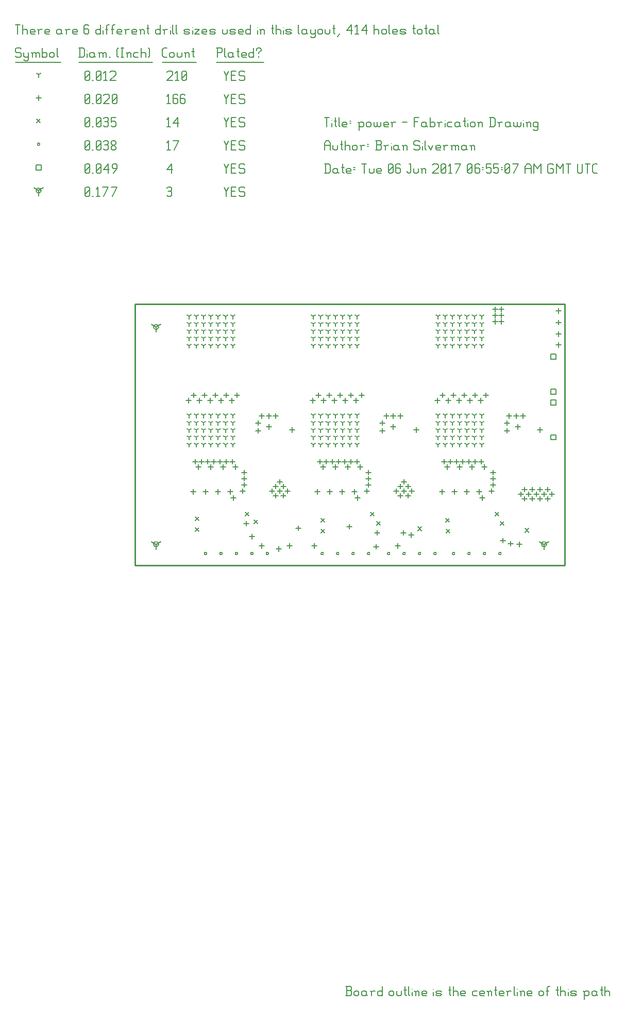
<source format=gbr>
G04 start of page 14 for group -3984 idx -3984 *
G04 Title: power, fab *
G04 Creator: pcb 20140316 *
G04 CreationDate: Tue 06 Jun 2017 06:55:07 AM GMT UTC *
G04 For: brian *
G04 Format: Gerber/RS-274X *
G04 PCB-Dimensions (mil): 6000.00 5000.00 *
G04 PCB-Coordinate-Origin: lower left *
%MOIN*%
%FSLAX25Y25*%
%LNFAB*%
%ADD141C,0.0100*%
%ADD140C,0.0075*%
%ADD139C,0.0060*%
%ADD138C,0.0001*%
%ADD137R,0.0080X0.0080*%
G54D137*X342000Y282500D02*Y279300D01*
G54D138*G36*
X341454Y282647D02*X344920Y284646D01*
X345320Y283953D01*
X341853Y281954D01*
X341454Y282647D01*
G37*
G36*
X342147Y281954D02*X338680Y283953D01*
X339080Y284646D01*
X342546Y282647D01*
X342147Y281954D01*
G37*
G54D137*X340400Y282500D02*G75*G03X343600Y282500I1600J0D01*G01*
G75*G03X340400Y282500I-1600J0D01*G01*
X91000D02*Y279300D01*
G54D138*G36*
X90454Y282647D02*X93920Y284646D01*
X94320Y283953D01*
X90853Y281954D01*
X90454Y282647D01*
G37*
G36*
X91147Y281954D02*X87680Y283953D01*
X88080Y284646D01*
X91546Y282647D01*
X91147Y281954D01*
G37*
G54D137*X89400Y282500D02*G75*G03X92600Y282500I1600J0D01*G01*
G75*G03X89400Y282500I-1600J0D01*G01*
X91000Y423000D02*Y419800D01*
G54D138*G36*
X90454Y423147D02*X93920Y425146D01*
X94320Y424453D01*
X90853Y422454D01*
X90454Y423147D01*
G37*
G36*
X91147Y422454D02*X87680Y424453D01*
X88080Y425146D01*
X91546Y423147D01*
X91147Y422454D01*
G37*
G54D137*X89400Y423000D02*G75*G03X92600Y423000I1600J0D01*G01*
G75*G03X89400Y423000I-1600J0D01*G01*
X15000Y511250D02*Y508050D01*
G54D138*G36*
X14454Y511397D02*X17920Y513396D01*
X18320Y512703D01*
X14853Y510704D01*
X14454Y511397D01*
G37*
G36*
X15147Y510704D02*X11680Y512703D01*
X12080Y513396D01*
X15546Y511397D01*
X15147Y510704D01*
G37*
G54D137*X13400Y511250D02*G75*G03X16600Y511250I1600J0D01*G01*
G75*G03X13400Y511250I-1600J0D01*G01*
G54D139*X135000Y513500D02*X136500Y510500D01*
X138000Y513500D01*
X136500Y510500D02*Y507500D01*
X139800Y510800D02*X142050D01*
X139800Y507500D02*X142800D01*
X139800Y513500D02*Y507500D01*
Y513500D02*X142800D01*
X147600D02*X148350Y512750D01*
X145350Y513500D02*X147600D01*
X144600Y512750D02*X145350Y513500D01*
X144600Y512750D02*Y511250D01*
X145350Y510500D01*
X147600D01*
X148350Y509750D01*
Y508250D01*
X147600Y507500D02*X148350Y508250D01*
X145350Y507500D02*X147600D01*
X144600Y508250D02*X145350Y507500D01*
X98000Y512750D02*X98750Y513500D01*
X100250D01*
X101000Y512750D01*
X100250Y507500D02*X101000Y508250D01*
X98750Y507500D02*X100250D01*
X98000Y508250D02*X98750Y507500D01*
Y510800D02*X100250D01*
X101000Y512750D02*Y511550D01*
Y510050D02*Y508250D01*
Y510050D02*X100250Y510800D01*
X101000Y511550D02*X100250Y510800D01*
X45000Y508250D02*X45750Y507500D01*
X45000Y512750D02*Y508250D01*
Y512750D02*X45750Y513500D01*
X47250D01*
X48000Y512750D01*
Y508250D01*
X47250Y507500D02*X48000Y508250D01*
X45750Y507500D02*X47250D01*
X45000Y509000D02*X48000Y512000D01*
X49800Y507500D02*X50550D01*
X52350Y512300D02*X53550Y513500D01*
Y507500D01*
X52350D02*X54600D01*
X57150D02*X60150Y513500D01*
X56400D02*X60150D01*
X62700Y507500D02*X65700Y513500D01*
X61950D02*X65700D01*
X346400Y353336D02*X349600D01*
X346400D02*Y350136D01*
X349600D01*
Y353336D02*Y350136D01*
X346400Y382864D02*X349600D01*
X346400D02*Y379664D01*
X349600D01*
Y382864D02*Y379664D01*
X346400Y405364D02*X349600D01*
X346400D02*Y402164D01*
X349600D01*
Y405364D02*Y402164D01*
X346400Y375836D02*X349600D01*
X346400D02*Y372636D01*
X349600D01*
Y375836D02*Y372636D01*
X13400Y527850D02*X16600D01*
X13400D02*Y524650D01*
X16600D01*
Y527850D02*Y524650D01*
X135000Y528500D02*X136500Y525500D01*
X138000Y528500D01*
X136500Y525500D02*Y522500D01*
X139800Y525800D02*X142050D01*
X139800Y522500D02*X142800D01*
X139800Y528500D02*Y522500D01*
Y528500D02*X142800D01*
X147600D02*X148350Y527750D01*
X145350Y528500D02*X147600D01*
X144600Y527750D02*X145350Y528500D01*
X144600Y527750D02*Y526250D01*
X145350Y525500D01*
X147600D01*
X148350Y524750D01*
Y523250D01*
X147600Y522500D02*X148350Y523250D01*
X145350Y522500D02*X147600D01*
X144600Y523250D02*X145350Y522500D01*
X98000Y524750D02*X101000Y528500D01*
X98000Y524750D02*X101750D01*
X101000Y528500D02*Y522500D01*
X45000Y523250D02*X45750Y522500D01*
X45000Y527750D02*Y523250D01*
Y527750D02*X45750Y528500D01*
X47250D01*
X48000Y527750D01*
Y523250D01*
X47250Y522500D02*X48000Y523250D01*
X45750Y522500D02*X47250D01*
X45000Y524000D02*X48000Y527000D01*
X49800Y522500D02*X50550D01*
X52350Y523250D02*X53100Y522500D01*
X52350Y527750D02*Y523250D01*
Y527750D02*X53100Y528500D01*
X54600D01*
X55350Y527750D01*
Y523250D01*
X54600Y522500D02*X55350Y523250D01*
X53100Y522500D02*X54600D01*
X52350Y524000D02*X55350Y527000D01*
X57150Y524750D02*X60150Y528500D01*
X57150Y524750D02*X60900D01*
X60150Y528500D02*Y522500D01*
X63450D02*X65700Y525500D01*
Y527750D02*Y525500D01*
X64950Y528500D02*X65700Y527750D01*
X63450Y528500D02*X64950D01*
X62700Y527750D02*X63450Y528500D01*
X62700Y527750D02*Y526250D01*
X63450Y525500D01*
X65700D01*
X312700Y276500D02*G75*G03X314300Y276500I800J0D01*G01*
G75*G03X312700Y276500I-800J0D01*G01*
X302700D02*G75*G03X304300Y276500I800J0D01*G01*
G75*G03X302700Y276500I-800J0D01*G01*
X292700D02*G75*G03X294300Y276500I800J0D01*G01*
G75*G03X292700Y276500I-800J0D01*G01*
X282700D02*G75*G03X284300Y276500I800J0D01*G01*
G75*G03X282700Y276500I-800J0D01*G01*
X240700D02*G75*G03X242300Y276500I800J0D01*G01*
G75*G03X240700Y276500I-800J0D01*G01*
X250700D02*G75*G03X252300Y276500I800J0D01*G01*
G75*G03X250700Y276500I-800J0D01*G01*
X260700D02*G75*G03X262300Y276500I800J0D01*G01*
G75*G03X260700Y276500I-800J0D01*G01*
X270700D02*G75*G03X272300Y276500I800J0D01*G01*
G75*G03X270700Y276500I-800J0D01*G01*
X197700D02*G75*G03X199300Y276500I800J0D01*G01*
G75*G03X197700Y276500I-800J0D01*G01*
X207700D02*G75*G03X209300Y276500I800J0D01*G01*
G75*G03X207700Y276500I-800J0D01*G01*
X217700D02*G75*G03X219300Y276500I800J0D01*G01*
G75*G03X217700Y276500I-800J0D01*G01*
X227700D02*G75*G03X229300Y276500I800J0D01*G01*
G75*G03X227700Y276500I-800J0D01*G01*
X122200D02*G75*G03X123800Y276500I800J0D01*G01*
G75*G03X122200Y276500I-800J0D01*G01*
X132200D02*G75*G03X133800Y276500I800J0D01*G01*
G75*G03X132200Y276500I-800J0D01*G01*
X142200D02*G75*G03X143800Y276500I800J0D01*G01*
G75*G03X142200Y276500I-800J0D01*G01*
X152200D02*G75*G03X153800Y276500I800J0D01*G01*
G75*G03X152200Y276500I-800J0D01*G01*
X162200D02*G75*G03X163800Y276500I800J0D01*G01*
G75*G03X162200Y276500I-800J0D01*G01*
X14200Y541250D02*G75*G03X15800Y541250I800J0D01*G01*
G75*G03X14200Y541250I-800J0D01*G01*
X135000Y543500D02*X136500Y540500D01*
X138000Y543500D01*
X136500Y540500D02*Y537500D01*
X139800Y540800D02*X142050D01*
X139800Y537500D02*X142800D01*
X139800Y543500D02*Y537500D01*
Y543500D02*X142800D01*
X147600D02*X148350Y542750D01*
X145350Y543500D02*X147600D01*
X144600Y542750D02*X145350Y543500D01*
X144600Y542750D02*Y541250D01*
X145350Y540500D01*
X147600D01*
X148350Y539750D01*
Y538250D01*
X147600Y537500D02*X148350Y538250D01*
X145350Y537500D02*X147600D01*
X144600Y538250D02*X145350Y537500D01*
X98000Y542300D02*X99200Y543500D01*
Y537500D01*
X98000D02*X100250D01*
X102800D02*X105800Y543500D01*
X102050D02*X105800D01*
X45000Y538250D02*X45750Y537500D01*
X45000Y542750D02*Y538250D01*
Y542750D02*X45750Y543500D01*
X47250D01*
X48000Y542750D01*
Y538250D01*
X47250Y537500D02*X48000Y538250D01*
X45750Y537500D02*X47250D01*
X45000Y539000D02*X48000Y542000D01*
X49800Y537500D02*X50550D01*
X52350Y538250D02*X53100Y537500D01*
X52350Y542750D02*Y538250D01*
Y542750D02*X53100Y543500D01*
X54600D01*
X55350Y542750D01*
Y538250D01*
X54600Y537500D02*X55350Y538250D01*
X53100Y537500D02*X54600D01*
X52350Y539000D02*X55350Y542000D01*
X57150Y542750D02*X57900Y543500D01*
X59400D01*
X60150Y542750D01*
X59400Y537500D02*X60150Y538250D01*
X57900Y537500D02*X59400D01*
X57150Y538250D02*X57900Y537500D01*
Y540800D02*X59400D01*
X60150Y542750D02*Y541550D01*
Y540050D02*Y538250D01*
Y540050D02*X59400Y540800D01*
X60150Y541550D02*X59400Y540800D01*
X61950Y538250D02*X62700Y537500D01*
X61950Y539450D02*Y538250D01*
Y539450D02*X63000Y540500D01*
X63900D01*
X64950Y539450D01*
Y538250D01*
X64200Y537500D02*X64950Y538250D01*
X62700Y537500D02*X64200D01*
X61950Y541550D02*X63000Y540500D01*
X61950Y542750D02*Y541550D01*
Y542750D02*X62700Y543500D01*
X64200D01*
X64950Y542750D01*
Y541550D01*
X63900Y540500D02*X64950Y541550D01*
X278300Y299200D02*X280700Y296800D01*
X278300D02*X280700Y299200D01*
X310300Y303200D02*X312700Y300800D01*
X310300D02*X312700Y303200D01*
X313800Y297200D02*X316200Y294800D01*
X313800D02*X316200Y297200D01*
X197800Y292200D02*X200200Y289800D01*
X197800D02*X200200Y292200D01*
X197800Y299200D02*X200200Y296800D01*
X197800D02*X200200Y299200D01*
X229800Y303200D02*X232200Y300800D01*
X229800D02*X232200Y303200D01*
X233800Y297200D02*X236200Y294800D01*
X233800D02*X236200Y297200D01*
X116300Y293200D02*X118700Y290800D01*
X116300D02*X118700Y293200D01*
X116300Y300200D02*X118700Y297800D01*
X116300D02*X118700Y300200D01*
X148800Y303082D02*X151200Y300682D01*
X148800D02*X151200Y303082D01*
X154300Y298200D02*X156700Y295800D01*
X154300D02*X156700Y298200D01*
X278800Y292200D02*X281200Y289800D01*
X278800D02*X281200Y292200D01*
X260300Y293700D02*X262700Y291300D01*
X260300D02*X262700Y293700D01*
X329800Y292700D02*X332200Y290300D01*
X329800D02*X332200Y292700D01*
X13800Y557450D02*X16200Y555050D01*
X13800D02*X16200Y557450D01*
X135000Y558500D02*X136500Y555500D01*
X138000Y558500D01*
X136500Y555500D02*Y552500D01*
X139800Y555800D02*X142050D01*
X139800Y552500D02*X142800D01*
X139800Y558500D02*Y552500D01*
Y558500D02*X142800D01*
X147600D02*X148350Y557750D01*
X145350Y558500D02*X147600D01*
X144600Y557750D02*X145350Y558500D01*
X144600Y557750D02*Y556250D01*
X145350Y555500D01*
X147600D01*
X148350Y554750D01*
Y553250D01*
X147600Y552500D02*X148350Y553250D01*
X145350Y552500D02*X147600D01*
X144600Y553250D02*X145350Y552500D01*
X98000Y557300D02*X99200Y558500D01*
Y552500D01*
X98000D02*X100250D01*
X102050Y554750D02*X105050Y558500D01*
X102050Y554750D02*X105800D01*
X105050Y558500D02*Y552500D01*
X45000Y553250D02*X45750Y552500D01*
X45000Y557750D02*Y553250D01*
Y557750D02*X45750Y558500D01*
X47250D01*
X48000Y557750D01*
Y553250D01*
X47250Y552500D02*X48000Y553250D01*
X45750Y552500D02*X47250D01*
X45000Y554000D02*X48000Y557000D01*
X49800Y552500D02*X50550D01*
X52350Y553250D02*X53100Y552500D01*
X52350Y557750D02*Y553250D01*
Y557750D02*X53100Y558500D01*
X54600D01*
X55350Y557750D01*
Y553250D01*
X54600Y552500D02*X55350Y553250D01*
X53100Y552500D02*X54600D01*
X52350Y554000D02*X55350Y557000D01*
X57150Y557750D02*X57900Y558500D01*
X59400D01*
X60150Y557750D01*
X59400Y552500D02*X60150Y553250D01*
X57900Y552500D02*X59400D01*
X57150Y553250D02*X57900Y552500D01*
Y555800D02*X59400D01*
X60150Y557750D02*Y556550D01*
Y555050D02*Y553250D01*
Y555050D02*X59400Y555800D01*
X60150Y556550D02*X59400Y555800D01*
X61950Y558500D02*X64950D01*
X61950D02*Y555500D01*
X62700Y556250D01*
X64200D01*
X64950Y555500D01*
Y553250D01*
X64200Y552500D02*X64950Y553250D01*
X62700Y552500D02*X64200D01*
X61950Y553250D02*X62700Y552500D01*
X279500Y334100D02*Y330900D01*
X277900Y332500D02*X281100D01*
X287500Y334100D02*Y330900D01*
X285900Y332500D02*X289100D01*
X295500Y334100D02*Y330900D01*
X293900Y332500D02*X297100D01*
X303500Y334100D02*Y330900D01*
X301900Y332500D02*X305100D01*
X309000Y330600D02*Y327400D01*
X307400Y329000D02*X310600D01*
X309000Y326600D02*Y323400D01*
X307400Y325000D02*X310600D01*
X309000Y322600D02*Y319400D01*
X307400Y321000D02*X310600D01*
X308000Y318600D02*Y315400D01*
X306400Y317000D02*X309600D01*
X300000Y318100D02*Y314900D01*
X298400Y316500D02*X301600D01*
X292000Y318100D02*Y314900D01*
X290400Y316500D02*X293600D01*
X284000Y318100D02*Y314900D01*
X282400Y316500D02*X285600D01*
X276000Y318100D02*Y314900D01*
X274400Y316500D02*X277600D01*
X277500Y337600D02*Y334400D01*
X275900Y336000D02*X279100D01*
X281500Y337600D02*Y334400D01*
X279900Y336000D02*X283100D01*
X285500Y337600D02*Y334400D01*
X283900Y336000D02*X287100D01*
X289500Y337600D02*Y334400D01*
X287900Y336000D02*X291100D01*
X293500Y337600D02*Y334400D01*
X291900Y336000D02*X295100D01*
X297500Y337600D02*Y334400D01*
X295900Y336000D02*X299100D01*
X301500Y337600D02*Y334400D01*
X299900Y336000D02*X303100D01*
X276500Y380600D02*Y377400D01*
X274900Y379000D02*X278100D01*
X280000Y377100D02*Y373900D01*
X278400Y375500D02*X281600D01*
X283500Y380600D02*Y377400D01*
X281900Y379000D02*X285100D01*
X287000Y377100D02*Y373900D01*
X285400Y375500D02*X288600D01*
X290500Y380600D02*Y377400D01*
X288900Y379000D02*X292100D01*
X294000Y377100D02*Y373900D01*
X292400Y375500D02*X295600D01*
X297500Y380600D02*Y377400D01*
X295900Y379000D02*X299100D01*
X301000Y377100D02*Y373900D01*
X299400Y375500D02*X302600D01*
X304500Y380600D02*Y377400D01*
X302900Y379000D02*X306100D01*
X273000Y377100D02*Y373900D01*
X271400Y375500D02*X274600D01*
X302000Y314100D02*Y310900D01*
X300400Y312500D02*X303600D01*
X199000Y334100D02*Y330900D01*
X197400Y332500D02*X200600D01*
X207000Y334100D02*Y330900D01*
X205400Y332500D02*X208600D01*
X215000Y334100D02*Y330900D01*
X213400Y332500D02*X216600D01*
X223000Y334100D02*Y330900D01*
X221400Y332500D02*X224600D01*
X228500Y330600D02*Y327400D01*
X226900Y329000D02*X230100D01*
X228500Y326600D02*Y323400D01*
X226900Y325000D02*X230100D01*
X228500Y322600D02*Y319400D01*
X226900Y321000D02*X230100D01*
X227500Y318600D02*Y315400D01*
X225900Y317000D02*X229100D01*
X219500Y318100D02*Y314900D01*
X217900Y316500D02*X221100D01*
X211500Y318100D02*Y314900D01*
X209900Y316500D02*X213100D01*
X203500Y318100D02*Y314900D01*
X201900Y316500D02*X205100D01*
X195500Y318100D02*Y314900D01*
X193900Y316500D02*X197100D01*
X197000Y337600D02*Y334400D01*
X195400Y336000D02*X198600D01*
X201000Y337600D02*Y334400D01*
X199400Y336000D02*X202600D01*
X205000Y337600D02*Y334400D01*
X203400Y336000D02*X206600D01*
X209000Y337600D02*Y334400D01*
X207400Y336000D02*X210600D01*
X213000Y337600D02*Y334400D01*
X211400Y336000D02*X214600D01*
X217000Y337600D02*Y334400D01*
X215400Y336000D02*X218600D01*
X221000Y337600D02*Y334400D01*
X219400Y336000D02*X222600D01*
X196000Y380600D02*Y377400D01*
X194400Y379000D02*X197600D01*
X199500Y377100D02*Y373900D01*
X197900Y375500D02*X201100D01*
X203000Y380600D02*Y377400D01*
X201400Y379000D02*X204600D01*
X206500Y377100D02*Y373900D01*
X204900Y375500D02*X208100D01*
X210000Y380600D02*Y377400D01*
X208400Y379000D02*X211600D01*
X213500Y377100D02*Y373900D01*
X211900Y375500D02*X215100D01*
X217000Y380600D02*Y377400D01*
X215400Y379000D02*X218600D01*
X220500Y377100D02*Y373900D01*
X218900Y375500D02*X222100D01*
X224000Y380600D02*Y377400D01*
X222400Y379000D02*X225600D01*
X192500Y377100D02*Y373900D01*
X190900Y375500D02*X194100D01*
X221500Y314100D02*Y310900D01*
X219900Y312500D02*X223100D01*
X246500Y318600D02*Y315400D01*
X244900Y317000D02*X248100D01*
X251500Y318600D02*Y315400D01*
X249900Y317000D02*X253100D01*
X256500Y318600D02*Y315400D01*
X254900Y317000D02*X258100D01*
X254000Y315600D02*Y312400D01*
X252400Y314000D02*X255600D01*
X249000Y315600D02*Y312400D01*
X247400Y314000D02*X250600D01*
X118500Y334100D02*Y330900D01*
X116900Y332500D02*X120100D01*
X126500Y334100D02*Y330900D01*
X124900Y332500D02*X128100D01*
X134500Y334100D02*Y330900D01*
X132900Y332500D02*X136100D01*
X142500Y334100D02*Y330900D01*
X140900Y332500D02*X144100D01*
X148000Y330600D02*Y327400D01*
X146400Y329000D02*X149600D01*
X148000Y326600D02*Y323400D01*
X146400Y325000D02*X149600D01*
X148000Y322600D02*Y319400D01*
X146400Y321000D02*X149600D01*
X147000Y318600D02*Y315400D01*
X145400Y317000D02*X148600D01*
X139000Y318100D02*Y314900D01*
X137400Y316500D02*X140600D01*
X131000Y318100D02*Y314900D01*
X129400Y316500D02*X132600D01*
X123000Y318100D02*Y314900D01*
X121400Y316500D02*X124600D01*
X115000Y318100D02*Y314900D01*
X113400Y316500D02*X116600D01*
X116500Y337600D02*Y334400D01*
X114900Y336000D02*X118100D01*
X120500Y337600D02*Y334400D01*
X118900Y336000D02*X122100D01*
X124500Y337600D02*Y334400D01*
X122900Y336000D02*X126100D01*
X128500Y337600D02*Y334400D01*
X126900Y336000D02*X130100D01*
X132500Y337600D02*Y334400D01*
X130900Y336000D02*X134100D01*
X136500Y337600D02*Y334400D01*
X134900Y336000D02*X138100D01*
X140500Y337600D02*Y334400D01*
X138900Y336000D02*X142100D01*
X115500Y380600D02*Y377400D01*
X113900Y379000D02*X117100D01*
X119000Y377100D02*Y373900D01*
X117400Y375500D02*X120600D01*
X122500Y380600D02*Y377400D01*
X120900Y379000D02*X124100D01*
X126000Y377100D02*Y373900D01*
X124400Y375500D02*X127600D01*
X129500Y380600D02*Y377400D01*
X127900Y379000D02*X131100D01*
X133000Y377100D02*Y373900D01*
X131400Y375500D02*X134600D01*
X136500Y380600D02*Y377400D01*
X134900Y379000D02*X138100D01*
X140000Y377100D02*Y373900D01*
X138400Y375500D02*X141600D01*
X143500Y380600D02*Y377400D01*
X141900Y379000D02*X145100D01*
X112000Y377100D02*Y373900D01*
X110400Y375500D02*X113600D01*
X141000Y314100D02*Y310900D01*
X139400Y312500D02*X142600D01*
X166000Y318600D02*Y315400D01*
X164400Y317000D02*X167600D01*
X171000Y318600D02*Y315400D01*
X169400Y317000D02*X172600D01*
X176000Y318600D02*Y315400D01*
X174400Y317000D02*X177600D01*
X173500Y315600D02*Y312400D01*
X171900Y314000D02*X175100D01*
X168500Y315600D02*Y312400D01*
X166900Y314000D02*X170100D01*
X344500Y313600D02*Y310400D01*
X342900Y312000D02*X346100D01*
X325000Y360100D02*Y356900D01*
X323400Y358500D02*X326600D01*
X319500Y367100D02*Y363900D01*
X317900Y365500D02*X321100D01*
X324000Y367100D02*Y363900D01*
X322400Y365500D02*X325600D01*
X328500Y367100D02*Y363900D01*
X326900Y365500D02*X330100D01*
X327000Y316600D02*Y313400D01*
X325400Y315000D02*X328600D01*
X337000Y316600D02*Y313400D01*
X335400Y315000D02*X338600D01*
X342000Y316600D02*Y313400D01*
X340400Y315000D02*X343600D01*
X332000Y316600D02*Y313400D01*
X330400Y315000D02*X333600D01*
X339500Y313600D02*Y310400D01*
X337900Y312000D02*X341100D01*
X334500Y313600D02*Y310400D01*
X332900Y312000D02*X336100D01*
X329500Y313600D02*Y310400D01*
X327900Y312000D02*X331100D01*
X318000Y362600D02*Y359400D01*
X316400Y361000D02*X319600D01*
X318000Y357600D02*Y354400D01*
X316400Y356000D02*X319600D01*
X329500Y319600D02*Y316400D01*
X327900Y318000D02*X331100D01*
X334500Y319600D02*Y316400D01*
X332900Y318000D02*X336100D01*
X339500Y319600D02*Y316400D01*
X337900Y318000D02*X341100D01*
X344500Y319600D02*Y316400D01*
X342900Y318000D02*X346100D01*
X240000Y367100D02*Y363900D01*
X238400Y365500D02*X241600D01*
X244500Y367100D02*Y363900D01*
X242900Y365500D02*X246100D01*
X249000Y367100D02*Y363900D01*
X247400Y365500D02*X250600D01*
X159500Y367100D02*Y363900D01*
X157900Y365500D02*X161100D01*
X164000Y367100D02*Y363900D01*
X162400Y365500D02*X165600D01*
X168500Y367100D02*Y363900D01*
X166900Y365500D02*X170100D01*
X339500Y358100D02*Y354900D01*
X337900Y356500D02*X341100D01*
X259500Y358100D02*Y354900D01*
X257900Y356500D02*X261100D01*
X179000Y358041D02*Y354841D01*
X177400Y356441D02*X180600D01*
X233500Y282600D02*Y279400D01*
X231900Y281000D02*X235100D01*
X251000Y291600D02*Y288400D01*
X249400Y290000D02*X252600D01*
X256000Y290100D02*Y286900D01*
X254400Y288500D02*X257600D01*
X234000Y291600D02*Y288400D01*
X232400Y290000D02*X235600D01*
X216000Y295600D02*Y292400D01*
X214400Y294000D02*X217600D01*
X247500Y283100D02*Y279900D01*
X245900Y281500D02*X249100D01*
X149500Y297600D02*Y294400D01*
X147900Y296000D02*X151100D01*
X153000Y289100D02*Y285900D01*
X151400Y287500D02*X154600D01*
X315500Y286600D02*Y283400D01*
X313900Y285000D02*X317100D01*
X320500Y284600D02*Y281400D01*
X318900Y283000D02*X322100D01*
X326000Y284100D02*Y280900D01*
X324400Y282500D02*X327600D01*
X244500Y360100D02*Y356900D01*
X242900Y358500D02*X246100D01*
X237500Y357600D02*Y354400D01*
X235900Y356000D02*X239100D01*
X164000Y360100D02*Y356900D01*
X162400Y358500D02*X165600D01*
X157000Y362600D02*Y359400D01*
X155400Y361000D02*X158600D01*
X157000Y357600D02*Y354400D01*
X155400Y356000D02*X158600D01*
X237500Y362600D02*Y359400D01*
X235900Y361000D02*X239100D01*
X347000Y316600D02*Y313400D01*
X345400Y315000D02*X348600D01*
X183000Y294600D02*Y291400D01*
X181400Y293000D02*X184600D01*
X170500Y281100D02*Y277900D01*
X168900Y279500D02*X172100D01*
X159500Y283100D02*Y279900D01*
X157900Y281500D02*X161100D01*
X177500Y283100D02*Y279900D01*
X175900Y281500D02*X179100D01*
X193500Y283100D02*Y279900D01*
X191900Y281500D02*X195100D01*
X310500Y436100D02*Y432900D01*
X308900Y434500D02*X312100D01*
X310500Y432100D02*Y428900D01*
X308900Y430500D02*X312100D01*
X310500Y428100D02*Y424900D01*
X308900Y426500D02*X312100D01*
X314500Y436100D02*Y432900D01*
X312900Y434500D02*X316100D01*
X314500Y432100D02*Y428900D01*
X312900Y430500D02*X316100D01*
X314500Y428100D02*Y424900D01*
X312900Y426500D02*X316100D01*
X351500Y435100D02*Y431900D01*
X349900Y433500D02*X353100D01*
X351500Y427600D02*Y424400D01*
X349900Y426000D02*X353100D01*
X351500Y420100D02*Y416900D01*
X349900Y418500D02*X353100D01*
X351500Y413100D02*Y409900D01*
X349900Y411500D02*X353100D01*
X249000Y321600D02*Y318400D01*
X247400Y320000D02*X250600D01*
X254000Y321600D02*Y318400D01*
X252400Y320000D02*X255600D01*
X251500Y324600D02*Y321400D01*
X249900Y323000D02*X253100D01*
X168500Y321600D02*Y318400D01*
X166900Y320000D02*X170100D01*
X173500Y321600D02*Y318400D01*
X171900Y320000D02*X175100D01*
X171000Y324600D02*Y321400D01*
X169400Y323000D02*X172600D01*
X15000Y572850D02*Y569650D01*
X13400Y571250D02*X16600D01*
X135000Y573500D02*X136500Y570500D01*
X138000Y573500D01*
X136500Y570500D02*Y567500D01*
X139800Y570800D02*X142050D01*
X139800Y567500D02*X142800D01*
X139800Y573500D02*Y567500D01*
Y573500D02*X142800D01*
X147600D02*X148350Y572750D01*
X145350Y573500D02*X147600D01*
X144600Y572750D02*X145350Y573500D01*
X144600Y572750D02*Y571250D01*
X145350Y570500D01*
X147600D01*
X148350Y569750D01*
Y568250D01*
X147600Y567500D02*X148350Y568250D01*
X145350Y567500D02*X147600D01*
X144600Y568250D02*X145350Y567500D01*
X98000Y572300D02*X99200Y573500D01*
Y567500D01*
X98000D02*X100250D01*
X104300Y573500D02*X105050Y572750D01*
X102800Y573500D02*X104300D01*
X102050Y572750D02*X102800Y573500D01*
X102050Y572750D02*Y568250D01*
X102800Y567500D01*
X104300Y570800D02*X105050Y570050D01*
X102050Y570800D02*X104300D01*
X102800Y567500D02*X104300D01*
X105050Y568250D01*
Y570050D02*Y568250D01*
X109100Y573500D02*X109850Y572750D01*
X107600Y573500D02*X109100D01*
X106850Y572750D02*X107600Y573500D01*
X106850Y572750D02*Y568250D01*
X107600Y567500D01*
X109100Y570800D02*X109850Y570050D01*
X106850Y570800D02*X109100D01*
X107600Y567500D02*X109100D01*
X109850Y568250D01*
Y570050D02*Y568250D01*
X45000D02*X45750Y567500D01*
X45000Y572750D02*Y568250D01*
Y572750D02*X45750Y573500D01*
X47250D01*
X48000Y572750D01*
Y568250D01*
X47250Y567500D02*X48000Y568250D01*
X45750Y567500D02*X47250D01*
X45000Y569000D02*X48000Y572000D01*
X49800Y567500D02*X50550D01*
X52350Y568250D02*X53100Y567500D01*
X52350Y572750D02*Y568250D01*
Y572750D02*X53100Y573500D01*
X54600D01*
X55350Y572750D01*
Y568250D01*
X54600Y567500D02*X55350Y568250D01*
X53100Y567500D02*X54600D01*
X52350Y569000D02*X55350Y572000D01*
X57150Y572750D02*X57900Y573500D01*
X60150D01*
X60900Y572750D01*
Y571250D01*
X57150Y567500D02*X60900Y571250D01*
X57150Y567500D02*X60900D01*
X62700Y568250D02*X63450Y567500D01*
X62700Y572750D02*Y568250D01*
Y572750D02*X63450Y573500D01*
X64950D01*
X65700Y572750D01*
Y568250D01*
X64950Y567500D02*X65700Y568250D01*
X63450Y567500D02*X64950D01*
X62700Y569000D02*X65700Y572000D01*
X273327Y429905D02*Y428305D01*
Y429905D02*X274714Y430705D01*
X273327Y429905D02*X271940Y430705D01*
X278051Y429905D02*Y428305D01*
Y429905D02*X279438Y430705D01*
X278051Y429905D02*X276664Y430705D01*
X282776Y429905D02*Y428305D01*
Y429905D02*X284163Y430705D01*
X282776Y429905D02*X281389Y430705D01*
X287500Y429905D02*Y428305D01*
Y429905D02*X288887Y430705D01*
X287500Y429905D02*X286113Y430705D01*
X292224Y429905D02*Y428305D01*
Y429905D02*X293611Y430705D01*
X292224Y429905D02*X290837Y430705D01*
X296949Y429905D02*Y428305D01*
Y429905D02*X298336Y430705D01*
X296949Y429905D02*X295562Y430705D01*
X301673Y429905D02*Y428305D01*
Y429905D02*X303060Y430705D01*
X301673Y429905D02*X300286Y430705D01*
X273327Y425181D02*Y423581D01*
Y425181D02*X274714Y425981D01*
X273327Y425181D02*X271940Y425981D01*
X278051Y425181D02*Y423581D01*
Y425181D02*X279438Y425981D01*
X278051Y425181D02*X276664Y425981D01*
X282776Y425181D02*Y423581D01*
Y425181D02*X284163Y425981D01*
X282776Y425181D02*X281389Y425981D01*
X287500Y425181D02*Y423581D01*
Y425181D02*X288887Y425981D01*
X287500Y425181D02*X286113Y425981D01*
X292224Y425181D02*Y423581D01*
Y425181D02*X293611Y425981D01*
X292224Y425181D02*X290837Y425981D01*
X296949Y425181D02*Y423581D01*
Y425181D02*X298336Y425981D01*
X296949Y425181D02*X295562Y425981D01*
X301673Y425181D02*Y423581D01*
Y425181D02*X303060Y425981D01*
X301673Y425181D02*X300286Y425981D01*
X273327Y420456D02*Y418856D01*
Y420456D02*X274714Y421256D01*
X273327Y420456D02*X271940Y421256D01*
X278051Y420456D02*Y418856D01*
Y420456D02*X279438Y421256D01*
X278051Y420456D02*X276664Y421256D01*
X282776Y420456D02*Y418856D01*
Y420456D02*X284163Y421256D01*
X282776Y420456D02*X281389Y421256D01*
X287500Y420456D02*Y418856D01*
Y420456D02*X288887Y421256D01*
X287500Y420456D02*X286113Y421256D01*
X292224Y420456D02*Y418856D01*
Y420456D02*X293611Y421256D01*
X292224Y420456D02*X290837Y421256D01*
X296949Y420456D02*Y418856D01*
Y420456D02*X298336Y421256D01*
X296949Y420456D02*X295562Y421256D01*
X301673Y420456D02*Y418856D01*
Y420456D02*X303060Y421256D01*
X301673Y420456D02*X300286Y421256D01*
X273327Y415732D02*Y414132D01*
Y415732D02*X274714Y416532D01*
X273327Y415732D02*X271940Y416532D01*
X278051Y415732D02*Y414132D01*
Y415732D02*X279438Y416532D01*
X278051Y415732D02*X276664Y416532D01*
X282776Y415732D02*Y414132D01*
Y415732D02*X284163Y416532D01*
X282776Y415732D02*X281389Y416532D01*
X287500Y415732D02*Y414132D01*
Y415732D02*X288887Y416532D01*
X287500Y415732D02*X286113Y416532D01*
X292224Y415732D02*Y414132D01*
Y415732D02*X293611Y416532D01*
X292224Y415732D02*X290837Y416532D01*
X296949Y415732D02*Y414132D01*
Y415732D02*X298336Y416532D01*
X296949Y415732D02*X295562Y416532D01*
X301673Y415732D02*Y414132D01*
Y415732D02*X303060Y416532D01*
X301673Y415732D02*X300286Y416532D01*
X273327Y411008D02*Y409408D01*
Y411008D02*X274714Y411808D01*
X273327Y411008D02*X271940Y411808D01*
X278051Y411008D02*Y409408D01*
Y411008D02*X279438Y411808D01*
X278051Y411008D02*X276664Y411808D01*
X282776Y411008D02*Y409408D01*
Y411008D02*X284163Y411808D01*
X282776Y411008D02*X281389Y411808D01*
X287500Y411008D02*Y409408D01*
Y411008D02*X288887Y411808D01*
X287500Y411008D02*X286113Y411808D01*
X292224Y411008D02*Y409408D01*
Y411008D02*X293611Y411808D01*
X292224Y411008D02*X290837Y411808D01*
X296949Y411008D02*Y409408D01*
Y411008D02*X298336Y411808D01*
X296949Y411008D02*X295562Y411808D01*
X301673Y411008D02*Y409408D01*
Y411008D02*X303060Y411808D01*
X301673Y411008D02*X300286Y411808D01*
X273327Y365905D02*Y364305D01*
Y365905D02*X274714Y366705D01*
X273327Y365905D02*X271940Y366705D01*
X278051Y365905D02*Y364305D01*
Y365905D02*X279438Y366705D01*
X278051Y365905D02*X276664Y366705D01*
X282776Y365905D02*Y364305D01*
Y365905D02*X284163Y366705D01*
X282776Y365905D02*X281389Y366705D01*
X287500Y365905D02*Y364305D01*
Y365905D02*X288887Y366705D01*
X287500Y365905D02*X286113Y366705D01*
X292224Y365905D02*Y364305D01*
Y365905D02*X293611Y366705D01*
X292224Y365905D02*X290837Y366705D01*
X296949Y365905D02*Y364305D01*
Y365905D02*X298336Y366705D01*
X296949Y365905D02*X295562Y366705D01*
X301673Y365905D02*Y364305D01*
Y365905D02*X303060Y366705D01*
X301673Y365905D02*X300286Y366705D01*
X273327Y361181D02*Y359581D01*
Y361181D02*X274714Y361981D01*
X273327Y361181D02*X271940Y361981D01*
X278051Y361181D02*Y359581D01*
Y361181D02*X279438Y361981D01*
X278051Y361181D02*X276664Y361981D01*
X282776Y361181D02*Y359581D01*
Y361181D02*X284163Y361981D01*
X282776Y361181D02*X281389Y361981D01*
X287500Y361181D02*Y359581D01*
Y361181D02*X288887Y361981D01*
X287500Y361181D02*X286113Y361981D01*
X292224Y361181D02*Y359581D01*
Y361181D02*X293611Y361981D01*
X292224Y361181D02*X290837Y361981D01*
X296949Y361181D02*Y359581D01*
Y361181D02*X298336Y361981D01*
X296949Y361181D02*X295562Y361981D01*
X301673Y361181D02*Y359581D01*
Y361181D02*X303060Y361981D01*
X301673Y361181D02*X300286Y361981D01*
X273327Y356456D02*Y354856D01*
Y356456D02*X274714Y357256D01*
X273327Y356456D02*X271940Y357256D01*
X278051Y356456D02*Y354856D01*
Y356456D02*X279438Y357256D01*
X278051Y356456D02*X276664Y357256D01*
X282776Y356456D02*Y354856D01*
Y356456D02*X284163Y357256D01*
X282776Y356456D02*X281389Y357256D01*
X287500Y356456D02*Y354856D01*
Y356456D02*X288887Y357256D01*
X287500Y356456D02*X286113Y357256D01*
X292224Y356456D02*Y354856D01*
Y356456D02*X293611Y357256D01*
X292224Y356456D02*X290837Y357256D01*
X296949Y356456D02*Y354856D01*
Y356456D02*X298336Y357256D01*
X296949Y356456D02*X295562Y357256D01*
X301673Y356456D02*Y354856D01*
Y356456D02*X303060Y357256D01*
X301673Y356456D02*X300286Y357256D01*
X273327Y351732D02*Y350132D01*
Y351732D02*X274714Y352532D01*
X273327Y351732D02*X271940Y352532D01*
X278051Y351732D02*Y350132D01*
Y351732D02*X279438Y352532D01*
X278051Y351732D02*X276664Y352532D01*
X282776Y351732D02*Y350132D01*
Y351732D02*X284163Y352532D01*
X282776Y351732D02*X281389Y352532D01*
X287500Y351732D02*Y350132D01*
Y351732D02*X288887Y352532D01*
X287500Y351732D02*X286113Y352532D01*
X292224Y351732D02*Y350132D01*
Y351732D02*X293611Y352532D01*
X292224Y351732D02*X290837Y352532D01*
X296949Y351732D02*Y350132D01*
Y351732D02*X298336Y352532D01*
X296949Y351732D02*X295562Y352532D01*
X301673Y351732D02*Y350132D01*
Y351732D02*X303060Y352532D01*
X301673Y351732D02*X300286Y352532D01*
X273327Y347008D02*Y345408D01*
Y347008D02*X274714Y347808D01*
X273327Y347008D02*X271940Y347808D01*
X278051Y347008D02*Y345408D01*
Y347008D02*X279438Y347808D01*
X278051Y347008D02*X276664Y347808D01*
X282776Y347008D02*Y345408D01*
Y347008D02*X284163Y347808D01*
X282776Y347008D02*X281389Y347808D01*
X287500Y347008D02*Y345408D01*
Y347008D02*X288887Y347808D01*
X287500Y347008D02*X286113Y347808D01*
X292224Y347008D02*Y345408D01*
Y347008D02*X293611Y347808D01*
X292224Y347008D02*X290837Y347808D01*
X296949Y347008D02*Y345408D01*
Y347008D02*X298336Y347808D01*
X296949Y347008D02*X295562Y347808D01*
X301673Y347008D02*Y345408D01*
Y347008D02*X303060Y347808D01*
X301673Y347008D02*X300286Y347808D01*
X192827Y429905D02*Y428305D01*
Y429905D02*X194214Y430705D01*
X192827Y429905D02*X191440Y430705D01*
X197551Y429905D02*Y428305D01*
Y429905D02*X198938Y430705D01*
X197551Y429905D02*X196164Y430705D01*
X202276Y429905D02*Y428305D01*
Y429905D02*X203663Y430705D01*
X202276Y429905D02*X200889Y430705D01*
X207000Y429905D02*Y428305D01*
Y429905D02*X208387Y430705D01*
X207000Y429905D02*X205613Y430705D01*
X211724Y429905D02*Y428305D01*
Y429905D02*X213111Y430705D01*
X211724Y429905D02*X210337Y430705D01*
X216449Y429905D02*Y428305D01*
Y429905D02*X217836Y430705D01*
X216449Y429905D02*X215062Y430705D01*
X221173Y429905D02*Y428305D01*
Y429905D02*X222560Y430705D01*
X221173Y429905D02*X219786Y430705D01*
X192827Y425181D02*Y423581D01*
Y425181D02*X194214Y425981D01*
X192827Y425181D02*X191440Y425981D01*
X197551Y425181D02*Y423581D01*
Y425181D02*X198938Y425981D01*
X197551Y425181D02*X196164Y425981D01*
X202276Y425181D02*Y423581D01*
Y425181D02*X203663Y425981D01*
X202276Y425181D02*X200889Y425981D01*
X207000Y425181D02*Y423581D01*
Y425181D02*X208387Y425981D01*
X207000Y425181D02*X205613Y425981D01*
X211724Y425181D02*Y423581D01*
Y425181D02*X213111Y425981D01*
X211724Y425181D02*X210337Y425981D01*
X216449Y425181D02*Y423581D01*
Y425181D02*X217836Y425981D01*
X216449Y425181D02*X215062Y425981D01*
X221173Y425181D02*Y423581D01*
Y425181D02*X222560Y425981D01*
X221173Y425181D02*X219786Y425981D01*
X192827Y420456D02*Y418856D01*
Y420456D02*X194214Y421256D01*
X192827Y420456D02*X191440Y421256D01*
X197551Y420456D02*Y418856D01*
Y420456D02*X198938Y421256D01*
X197551Y420456D02*X196164Y421256D01*
X202276Y420456D02*Y418856D01*
Y420456D02*X203663Y421256D01*
X202276Y420456D02*X200889Y421256D01*
X207000Y420456D02*Y418856D01*
Y420456D02*X208387Y421256D01*
X207000Y420456D02*X205613Y421256D01*
X211724Y420456D02*Y418856D01*
Y420456D02*X213111Y421256D01*
X211724Y420456D02*X210337Y421256D01*
X216449Y420456D02*Y418856D01*
Y420456D02*X217836Y421256D01*
X216449Y420456D02*X215062Y421256D01*
X221173Y420456D02*Y418856D01*
Y420456D02*X222560Y421256D01*
X221173Y420456D02*X219786Y421256D01*
X192827Y415732D02*Y414132D01*
Y415732D02*X194214Y416532D01*
X192827Y415732D02*X191440Y416532D01*
X197551Y415732D02*Y414132D01*
Y415732D02*X198938Y416532D01*
X197551Y415732D02*X196164Y416532D01*
X202276Y415732D02*Y414132D01*
Y415732D02*X203663Y416532D01*
X202276Y415732D02*X200889Y416532D01*
X207000Y415732D02*Y414132D01*
Y415732D02*X208387Y416532D01*
X207000Y415732D02*X205613Y416532D01*
X211724Y415732D02*Y414132D01*
Y415732D02*X213111Y416532D01*
X211724Y415732D02*X210337Y416532D01*
X216449Y415732D02*Y414132D01*
Y415732D02*X217836Y416532D01*
X216449Y415732D02*X215062Y416532D01*
X221173Y415732D02*Y414132D01*
Y415732D02*X222560Y416532D01*
X221173Y415732D02*X219786Y416532D01*
X192827Y411008D02*Y409408D01*
Y411008D02*X194214Y411808D01*
X192827Y411008D02*X191440Y411808D01*
X197551Y411008D02*Y409408D01*
Y411008D02*X198938Y411808D01*
X197551Y411008D02*X196164Y411808D01*
X202276Y411008D02*Y409408D01*
Y411008D02*X203663Y411808D01*
X202276Y411008D02*X200889Y411808D01*
X207000Y411008D02*Y409408D01*
Y411008D02*X208387Y411808D01*
X207000Y411008D02*X205613Y411808D01*
X211724Y411008D02*Y409408D01*
Y411008D02*X213111Y411808D01*
X211724Y411008D02*X210337Y411808D01*
X216449Y411008D02*Y409408D01*
Y411008D02*X217836Y411808D01*
X216449Y411008D02*X215062Y411808D01*
X221173Y411008D02*Y409408D01*
Y411008D02*X222560Y411808D01*
X221173Y411008D02*X219786Y411808D01*
X192827Y365905D02*Y364305D01*
Y365905D02*X194214Y366705D01*
X192827Y365905D02*X191440Y366705D01*
X197551Y365905D02*Y364305D01*
Y365905D02*X198938Y366705D01*
X197551Y365905D02*X196164Y366705D01*
X202276Y365905D02*Y364305D01*
Y365905D02*X203663Y366705D01*
X202276Y365905D02*X200889Y366705D01*
X207000Y365905D02*Y364305D01*
Y365905D02*X208387Y366705D01*
X207000Y365905D02*X205613Y366705D01*
X211724Y365905D02*Y364305D01*
Y365905D02*X213111Y366705D01*
X211724Y365905D02*X210337Y366705D01*
X216449Y365905D02*Y364305D01*
Y365905D02*X217836Y366705D01*
X216449Y365905D02*X215062Y366705D01*
X221173Y365905D02*Y364305D01*
Y365905D02*X222560Y366705D01*
X221173Y365905D02*X219786Y366705D01*
X192827Y361181D02*Y359581D01*
Y361181D02*X194214Y361981D01*
X192827Y361181D02*X191440Y361981D01*
X197551Y361181D02*Y359581D01*
Y361181D02*X198938Y361981D01*
X197551Y361181D02*X196164Y361981D01*
X202276Y361181D02*Y359581D01*
Y361181D02*X203663Y361981D01*
X202276Y361181D02*X200889Y361981D01*
X207000Y361181D02*Y359581D01*
Y361181D02*X208387Y361981D01*
X207000Y361181D02*X205613Y361981D01*
X211724Y361181D02*Y359581D01*
Y361181D02*X213111Y361981D01*
X211724Y361181D02*X210337Y361981D01*
X216449Y361181D02*Y359581D01*
Y361181D02*X217836Y361981D01*
X216449Y361181D02*X215062Y361981D01*
X221173Y361181D02*Y359581D01*
Y361181D02*X222560Y361981D01*
X221173Y361181D02*X219786Y361981D01*
X192827Y356456D02*Y354856D01*
Y356456D02*X194214Y357256D01*
X192827Y356456D02*X191440Y357256D01*
X197551Y356456D02*Y354856D01*
Y356456D02*X198938Y357256D01*
X197551Y356456D02*X196164Y357256D01*
X202276Y356456D02*Y354856D01*
Y356456D02*X203663Y357256D01*
X202276Y356456D02*X200889Y357256D01*
X207000Y356456D02*Y354856D01*
Y356456D02*X208387Y357256D01*
X207000Y356456D02*X205613Y357256D01*
X211724Y356456D02*Y354856D01*
Y356456D02*X213111Y357256D01*
X211724Y356456D02*X210337Y357256D01*
X216449Y356456D02*Y354856D01*
Y356456D02*X217836Y357256D01*
X216449Y356456D02*X215062Y357256D01*
X221173Y356456D02*Y354856D01*
Y356456D02*X222560Y357256D01*
X221173Y356456D02*X219786Y357256D01*
X192827Y351732D02*Y350132D01*
Y351732D02*X194214Y352532D01*
X192827Y351732D02*X191440Y352532D01*
X197551Y351732D02*Y350132D01*
Y351732D02*X198938Y352532D01*
X197551Y351732D02*X196164Y352532D01*
X202276Y351732D02*Y350132D01*
Y351732D02*X203663Y352532D01*
X202276Y351732D02*X200889Y352532D01*
X207000Y351732D02*Y350132D01*
Y351732D02*X208387Y352532D01*
X207000Y351732D02*X205613Y352532D01*
X211724Y351732D02*Y350132D01*
Y351732D02*X213111Y352532D01*
X211724Y351732D02*X210337Y352532D01*
X216449Y351732D02*Y350132D01*
Y351732D02*X217836Y352532D01*
X216449Y351732D02*X215062Y352532D01*
X221173Y351732D02*Y350132D01*
Y351732D02*X222560Y352532D01*
X221173Y351732D02*X219786Y352532D01*
X192827Y347008D02*Y345408D01*
Y347008D02*X194214Y347808D01*
X192827Y347008D02*X191440Y347808D01*
X197551Y347008D02*Y345408D01*
Y347008D02*X198938Y347808D01*
X197551Y347008D02*X196164Y347808D01*
X202276Y347008D02*Y345408D01*
Y347008D02*X203663Y347808D01*
X202276Y347008D02*X200889Y347808D01*
X207000Y347008D02*Y345408D01*
Y347008D02*X208387Y347808D01*
X207000Y347008D02*X205613Y347808D01*
X211724Y347008D02*Y345408D01*
Y347008D02*X213111Y347808D01*
X211724Y347008D02*X210337Y347808D01*
X216449Y347008D02*Y345408D01*
Y347008D02*X217836Y347808D01*
X216449Y347008D02*X215062Y347808D01*
X221173Y347008D02*Y345408D01*
Y347008D02*X222560Y347808D01*
X221173Y347008D02*X219786Y347808D01*
X112327Y429905D02*Y428305D01*
Y429905D02*X113714Y430705D01*
X112327Y429905D02*X110940Y430705D01*
X117051Y429905D02*Y428305D01*
Y429905D02*X118438Y430705D01*
X117051Y429905D02*X115664Y430705D01*
X121776Y429905D02*Y428305D01*
Y429905D02*X123163Y430705D01*
X121776Y429905D02*X120389Y430705D01*
X126500Y429905D02*Y428305D01*
Y429905D02*X127887Y430705D01*
X126500Y429905D02*X125113Y430705D01*
X131224Y429905D02*Y428305D01*
Y429905D02*X132611Y430705D01*
X131224Y429905D02*X129837Y430705D01*
X135949Y429905D02*Y428305D01*
Y429905D02*X137336Y430705D01*
X135949Y429905D02*X134562Y430705D01*
X140673Y429905D02*Y428305D01*
Y429905D02*X142060Y430705D01*
X140673Y429905D02*X139286Y430705D01*
X112327Y425181D02*Y423581D01*
Y425181D02*X113714Y425981D01*
X112327Y425181D02*X110940Y425981D01*
X117051Y425181D02*Y423581D01*
Y425181D02*X118438Y425981D01*
X117051Y425181D02*X115664Y425981D01*
X121776Y425181D02*Y423581D01*
Y425181D02*X123163Y425981D01*
X121776Y425181D02*X120389Y425981D01*
X126500Y425181D02*Y423581D01*
Y425181D02*X127887Y425981D01*
X126500Y425181D02*X125113Y425981D01*
X131224Y425181D02*Y423581D01*
Y425181D02*X132611Y425981D01*
X131224Y425181D02*X129837Y425981D01*
X135949Y425181D02*Y423581D01*
Y425181D02*X137336Y425981D01*
X135949Y425181D02*X134562Y425981D01*
X140673Y425181D02*Y423581D01*
Y425181D02*X142060Y425981D01*
X140673Y425181D02*X139286Y425981D01*
X112327Y420456D02*Y418856D01*
Y420456D02*X113714Y421256D01*
X112327Y420456D02*X110940Y421256D01*
X117051Y420456D02*Y418856D01*
Y420456D02*X118438Y421256D01*
X117051Y420456D02*X115664Y421256D01*
X121776Y420456D02*Y418856D01*
Y420456D02*X123163Y421256D01*
X121776Y420456D02*X120389Y421256D01*
X126500Y420456D02*Y418856D01*
Y420456D02*X127887Y421256D01*
X126500Y420456D02*X125113Y421256D01*
X131224Y420456D02*Y418856D01*
Y420456D02*X132611Y421256D01*
X131224Y420456D02*X129837Y421256D01*
X135949Y420456D02*Y418856D01*
Y420456D02*X137336Y421256D01*
X135949Y420456D02*X134562Y421256D01*
X140673Y420456D02*Y418856D01*
Y420456D02*X142060Y421256D01*
X140673Y420456D02*X139286Y421256D01*
X112327Y415732D02*Y414132D01*
Y415732D02*X113714Y416532D01*
X112327Y415732D02*X110940Y416532D01*
X117051Y415732D02*Y414132D01*
Y415732D02*X118438Y416532D01*
X117051Y415732D02*X115664Y416532D01*
X121776Y415732D02*Y414132D01*
Y415732D02*X123163Y416532D01*
X121776Y415732D02*X120389Y416532D01*
X126500Y415732D02*Y414132D01*
Y415732D02*X127887Y416532D01*
X126500Y415732D02*X125113Y416532D01*
X131224Y415732D02*Y414132D01*
Y415732D02*X132611Y416532D01*
X131224Y415732D02*X129837Y416532D01*
X135949Y415732D02*Y414132D01*
Y415732D02*X137336Y416532D01*
X135949Y415732D02*X134562Y416532D01*
X140673Y415732D02*Y414132D01*
Y415732D02*X142060Y416532D01*
X140673Y415732D02*X139286Y416532D01*
X112327Y411008D02*Y409408D01*
Y411008D02*X113714Y411808D01*
X112327Y411008D02*X110940Y411808D01*
X117051Y411008D02*Y409408D01*
Y411008D02*X118438Y411808D01*
X117051Y411008D02*X115664Y411808D01*
X121776Y411008D02*Y409408D01*
Y411008D02*X123163Y411808D01*
X121776Y411008D02*X120389Y411808D01*
X126500Y411008D02*Y409408D01*
Y411008D02*X127887Y411808D01*
X126500Y411008D02*X125113Y411808D01*
X131224Y411008D02*Y409408D01*
Y411008D02*X132611Y411808D01*
X131224Y411008D02*X129837Y411808D01*
X135949Y411008D02*Y409408D01*
Y411008D02*X137336Y411808D01*
X135949Y411008D02*X134562Y411808D01*
X140673Y411008D02*Y409408D01*
Y411008D02*X142060Y411808D01*
X140673Y411008D02*X139286Y411808D01*
X112327Y365905D02*Y364305D01*
Y365905D02*X113714Y366705D01*
X112327Y365905D02*X110940Y366705D01*
X117051Y365905D02*Y364305D01*
Y365905D02*X118438Y366705D01*
X117051Y365905D02*X115664Y366705D01*
X121776Y365905D02*Y364305D01*
Y365905D02*X123163Y366705D01*
X121776Y365905D02*X120389Y366705D01*
X126500Y365905D02*Y364305D01*
Y365905D02*X127887Y366705D01*
X126500Y365905D02*X125113Y366705D01*
X131224Y365905D02*Y364305D01*
Y365905D02*X132611Y366705D01*
X131224Y365905D02*X129837Y366705D01*
X135949Y365905D02*Y364305D01*
Y365905D02*X137336Y366705D01*
X135949Y365905D02*X134562Y366705D01*
X140673Y365905D02*Y364305D01*
Y365905D02*X142060Y366705D01*
X140673Y365905D02*X139286Y366705D01*
X112327Y361181D02*Y359581D01*
Y361181D02*X113714Y361981D01*
X112327Y361181D02*X110940Y361981D01*
X117051Y361181D02*Y359581D01*
Y361181D02*X118438Y361981D01*
X117051Y361181D02*X115664Y361981D01*
X121776Y361181D02*Y359581D01*
Y361181D02*X123163Y361981D01*
X121776Y361181D02*X120389Y361981D01*
X126500Y361181D02*Y359581D01*
Y361181D02*X127887Y361981D01*
X126500Y361181D02*X125113Y361981D01*
X131224Y361181D02*Y359581D01*
Y361181D02*X132611Y361981D01*
X131224Y361181D02*X129837Y361981D01*
X135949Y361181D02*Y359581D01*
Y361181D02*X137336Y361981D01*
X135949Y361181D02*X134562Y361981D01*
X140673Y361181D02*Y359581D01*
Y361181D02*X142060Y361981D01*
X140673Y361181D02*X139286Y361981D01*
X112327Y356456D02*Y354856D01*
Y356456D02*X113714Y357256D01*
X112327Y356456D02*X110940Y357256D01*
X117051Y356456D02*Y354856D01*
Y356456D02*X118438Y357256D01*
X117051Y356456D02*X115664Y357256D01*
X121776Y356456D02*Y354856D01*
Y356456D02*X123163Y357256D01*
X121776Y356456D02*X120389Y357256D01*
X126500Y356456D02*Y354856D01*
Y356456D02*X127887Y357256D01*
X126500Y356456D02*X125113Y357256D01*
X131224Y356456D02*Y354856D01*
Y356456D02*X132611Y357256D01*
X131224Y356456D02*X129837Y357256D01*
X135949Y356456D02*Y354856D01*
Y356456D02*X137336Y357256D01*
X135949Y356456D02*X134562Y357256D01*
X140673Y356456D02*Y354856D01*
Y356456D02*X142060Y357256D01*
X140673Y356456D02*X139286Y357256D01*
X112327Y351732D02*Y350132D01*
Y351732D02*X113714Y352532D01*
X112327Y351732D02*X110940Y352532D01*
X117051Y351732D02*Y350132D01*
Y351732D02*X118438Y352532D01*
X117051Y351732D02*X115664Y352532D01*
X121776Y351732D02*Y350132D01*
Y351732D02*X123163Y352532D01*
X121776Y351732D02*X120389Y352532D01*
X126500Y351732D02*Y350132D01*
Y351732D02*X127887Y352532D01*
X126500Y351732D02*X125113Y352532D01*
X131224Y351732D02*Y350132D01*
Y351732D02*X132611Y352532D01*
X131224Y351732D02*X129837Y352532D01*
X135949Y351732D02*Y350132D01*
Y351732D02*X137336Y352532D01*
X135949Y351732D02*X134562Y352532D01*
X140673Y351732D02*Y350132D01*
Y351732D02*X142060Y352532D01*
X140673Y351732D02*X139286Y352532D01*
X112327Y347008D02*Y345408D01*
Y347008D02*X113714Y347808D01*
X112327Y347008D02*X110940Y347808D01*
X117051Y347008D02*Y345408D01*
Y347008D02*X118438Y347808D01*
X117051Y347008D02*X115664Y347808D01*
X121776Y347008D02*Y345408D01*
Y347008D02*X123163Y347808D01*
X121776Y347008D02*X120389Y347808D01*
X126500Y347008D02*Y345408D01*
Y347008D02*X127887Y347808D01*
X126500Y347008D02*X125113Y347808D01*
X131224Y347008D02*Y345408D01*
Y347008D02*X132611Y347808D01*
X131224Y347008D02*X129837Y347808D01*
X135949Y347008D02*Y345408D01*
Y347008D02*X137336Y347808D01*
X135949Y347008D02*X134562Y347808D01*
X140673Y347008D02*Y345408D01*
Y347008D02*X142060Y347808D01*
X140673Y347008D02*X139286Y347808D01*
X15000Y586250D02*Y584650D01*
Y586250D02*X16387Y587050D01*
X15000Y586250D02*X13613Y587050D01*
X135000Y588500D02*X136500Y585500D01*
X138000Y588500D01*
X136500Y585500D02*Y582500D01*
X139800Y585800D02*X142050D01*
X139800Y582500D02*X142800D01*
X139800Y588500D02*Y582500D01*
Y588500D02*X142800D01*
X147600D02*X148350Y587750D01*
X145350Y588500D02*X147600D01*
X144600Y587750D02*X145350Y588500D01*
X144600Y587750D02*Y586250D01*
X145350Y585500D01*
X147600D01*
X148350Y584750D01*
Y583250D01*
X147600Y582500D02*X148350Y583250D01*
X145350Y582500D02*X147600D01*
X144600Y583250D02*X145350Y582500D01*
X98000Y587750D02*X98750Y588500D01*
X101000D01*
X101750Y587750D01*
Y586250D01*
X98000Y582500D02*X101750Y586250D01*
X98000Y582500D02*X101750D01*
X103550Y587300D02*X104750Y588500D01*
Y582500D01*
X103550D02*X105800D01*
X107600Y583250D02*X108350Y582500D01*
X107600Y587750D02*Y583250D01*
Y587750D02*X108350Y588500D01*
X109850D01*
X110600Y587750D01*
Y583250D01*
X109850Y582500D02*X110600Y583250D01*
X108350Y582500D02*X109850D01*
X107600Y584000D02*X110600Y587000D01*
X45000Y583250D02*X45750Y582500D01*
X45000Y587750D02*Y583250D01*
Y587750D02*X45750Y588500D01*
X47250D01*
X48000Y587750D01*
Y583250D01*
X47250Y582500D02*X48000Y583250D01*
X45750Y582500D02*X47250D01*
X45000Y584000D02*X48000Y587000D01*
X49800Y582500D02*X50550D01*
X52350Y583250D02*X53100Y582500D01*
X52350Y587750D02*Y583250D01*
Y587750D02*X53100Y588500D01*
X54600D01*
X55350Y587750D01*
Y583250D01*
X54600Y582500D02*X55350Y583250D01*
X53100Y582500D02*X54600D01*
X52350Y584000D02*X55350Y587000D01*
X57150Y587300D02*X58350Y588500D01*
Y582500D01*
X57150D02*X59400D01*
X61200Y587750D02*X61950Y588500D01*
X64200D01*
X64950Y587750D01*
Y586250D01*
X61200Y582500D02*X64950Y586250D01*
X61200Y582500D02*X64950D01*
X3000Y603500D02*X3750Y602750D01*
X750Y603500D02*X3000D01*
X0Y602750D02*X750Y603500D01*
X0Y602750D02*Y601250D01*
X750Y600500D01*
X3000D01*
X3750Y599750D01*
Y598250D01*
X3000Y597500D02*X3750Y598250D01*
X750Y597500D02*X3000D01*
X0Y598250D02*X750Y597500D01*
X5550Y600500D02*Y598250D01*
X6300Y597500D01*
X8550Y600500D02*Y596000D01*
X7800Y595250D02*X8550Y596000D01*
X6300Y595250D02*X7800D01*
X5550Y596000D02*X6300Y595250D01*
Y597500D02*X7800D01*
X8550Y598250D01*
X11100Y599750D02*Y597500D01*
Y599750D02*X11850Y600500D01*
X12600D01*
X13350Y599750D01*
Y597500D01*
Y599750D02*X14100Y600500D01*
X14850D01*
X15600Y599750D01*
Y597500D01*
X10350Y600500D02*X11100Y599750D01*
X17400Y603500D02*Y597500D01*
Y598250D02*X18150Y597500D01*
X19650D01*
X20400Y598250D01*
Y599750D02*Y598250D01*
X19650Y600500D02*X20400Y599750D01*
X18150Y600500D02*X19650D01*
X17400Y599750D02*X18150Y600500D01*
X22200Y599750D02*Y598250D01*
Y599750D02*X22950Y600500D01*
X24450D01*
X25200Y599750D01*
Y598250D01*
X24450Y597500D02*X25200Y598250D01*
X22950Y597500D02*X24450D01*
X22200Y598250D02*X22950Y597500D01*
X27000Y603500D02*Y598250D01*
X27750Y597500D01*
X0Y594250D02*X29250D01*
X41750Y603500D02*Y597500D01*
X43700Y603500D02*X44750Y602450D01*
Y598550D01*
X43700Y597500D02*X44750Y598550D01*
X41000Y597500D02*X43700D01*
X41000Y603500D02*X43700D01*
G54D140*X46550Y602000D02*Y601850D01*
G54D139*Y599750D02*Y597500D01*
X50300Y600500D02*X51050Y599750D01*
X48800Y600500D02*X50300D01*
X48050Y599750D02*X48800Y600500D01*
X48050Y599750D02*Y598250D01*
X48800Y597500D01*
X51050Y600500D02*Y598250D01*
X51800Y597500D01*
X48800D02*X50300D01*
X51050Y598250D01*
X54350Y599750D02*Y597500D01*
Y599750D02*X55100Y600500D01*
X55850D01*
X56600Y599750D01*
Y597500D01*
Y599750D02*X57350Y600500D01*
X58100D01*
X58850Y599750D01*
Y597500D01*
X53600Y600500D02*X54350Y599750D01*
X60650Y597500D02*X61400D01*
X65900Y598250D02*X66650Y597500D01*
X65900Y602750D02*X66650Y603500D01*
X65900Y602750D02*Y598250D01*
X68450Y603500D02*X69950D01*
X69200D02*Y597500D01*
X68450D02*X69950D01*
X72500Y599750D02*Y597500D01*
Y599750D02*X73250Y600500D01*
X74000D01*
X74750Y599750D01*
Y597500D01*
X71750Y600500D02*X72500Y599750D01*
X77300Y600500D02*X79550D01*
X76550Y599750D02*X77300Y600500D01*
X76550Y599750D02*Y598250D01*
X77300Y597500D01*
X79550D01*
X81350Y603500D02*Y597500D01*
Y599750D02*X82100Y600500D01*
X83600D01*
X84350Y599750D01*
Y597500D01*
X86150Y603500D02*X86900Y602750D01*
Y598250D01*
X86150Y597500D02*X86900Y598250D01*
X41000Y594250D02*X88700D01*
X96050Y597500D02*X98000D01*
X95000Y598550D02*X96050Y597500D01*
X95000Y602450D02*Y598550D01*
Y602450D02*X96050Y603500D01*
X98000D01*
X99800Y599750D02*Y598250D01*
Y599750D02*X100550Y600500D01*
X102050D01*
X102800Y599750D01*
Y598250D01*
X102050Y597500D02*X102800Y598250D01*
X100550Y597500D02*X102050D01*
X99800Y598250D02*X100550Y597500D01*
X104600Y600500D02*Y598250D01*
X105350Y597500D01*
X106850D01*
X107600Y598250D01*
Y600500D02*Y598250D01*
X110150Y599750D02*Y597500D01*
Y599750D02*X110900Y600500D01*
X111650D01*
X112400Y599750D01*
Y597500D01*
X109400Y600500D02*X110150Y599750D01*
X114950Y603500D02*Y598250D01*
X115700Y597500D01*
X114200Y601250D02*X115700D01*
X95000Y594250D02*X117200D01*
X130750Y603500D02*Y597500D01*
X130000Y603500D02*X133000D01*
X133750Y602750D01*
Y601250D01*
X133000Y600500D02*X133750Y601250D01*
X130750Y600500D02*X133000D01*
X135550Y603500D02*Y598250D01*
X136300Y597500D01*
X140050Y600500D02*X140800Y599750D01*
X138550Y600500D02*X140050D01*
X137800Y599750D02*X138550Y600500D01*
X137800Y599750D02*Y598250D01*
X138550Y597500D01*
X140800Y600500D02*Y598250D01*
X141550Y597500D01*
X138550D02*X140050D01*
X140800Y598250D01*
X144100Y603500D02*Y598250D01*
X144850Y597500D01*
X143350Y601250D02*X144850D01*
X147100Y597500D02*X149350D01*
X146350Y598250D02*X147100Y597500D01*
X146350Y599750D02*Y598250D01*
Y599750D02*X147100Y600500D01*
X148600D01*
X149350Y599750D01*
X146350Y599000D02*X149350D01*
Y599750D02*Y599000D01*
X154150Y603500D02*Y597500D01*
X153400D02*X154150Y598250D01*
X151900Y597500D02*X153400D01*
X151150Y598250D02*X151900Y597500D01*
X151150Y599750D02*Y598250D01*
Y599750D02*X151900Y600500D01*
X153400D01*
X154150Y599750D01*
X157450Y600500D02*Y599750D01*
Y598250D02*Y597500D01*
X155950Y602750D02*Y602000D01*
Y602750D02*X156700Y603500D01*
X158200D01*
X158950Y602750D01*
Y602000D01*
X157450Y600500D02*X158950Y602000D01*
X130000Y594250D02*X160750D01*
X0Y618500D02*X3000D01*
X1500D02*Y612500D01*
X4800Y618500D02*Y612500D01*
Y614750D02*X5550Y615500D01*
X7050D01*
X7800Y614750D01*
Y612500D01*
X10350D02*X12600D01*
X9600Y613250D02*X10350Y612500D01*
X9600Y614750D02*Y613250D01*
Y614750D02*X10350Y615500D01*
X11850D01*
X12600Y614750D01*
X9600Y614000D02*X12600D01*
Y614750D02*Y614000D01*
X15150Y614750D02*Y612500D01*
Y614750D02*X15900Y615500D01*
X17400D01*
X14400D02*X15150Y614750D01*
X19950Y612500D02*X22200D01*
X19200Y613250D02*X19950Y612500D01*
X19200Y614750D02*Y613250D01*
Y614750D02*X19950Y615500D01*
X21450D01*
X22200Y614750D01*
X19200Y614000D02*X22200D01*
Y614750D02*Y614000D01*
X28950Y615500D02*X29700Y614750D01*
X27450Y615500D02*X28950D01*
X26700Y614750D02*X27450Y615500D01*
X26700Y614750D02*Y613250D01*
X27450Y612500D01*
X29700Y615500D02*Y613250D01*
X30450Y612500D01*
X27450D02*X28950D01*
X29700Y613250D01*
X33000Y614750D02*Y612500D01*
Y614750D02*X33750Y615500D01*
X35250D01*
X32250D02*X33000Y614750D01*
X37800Y612500D02*X40050D01*
X37050Y613250D02*X37800Y612500D01*
X37050Y614750D02*Y613250D01*
Y614750D02*X37800Y615500D01*
X39300D01*
X40050Y614750D01*
X37050Y614000D02*X40050D01*
Y614750D02*Y614000D01*
X46800Y618500D02*X47550Y617750D01*
X45300Y618500D02*X46800D01*
X44550Y617750D02*X45300Y618500D01*
X44550Y617750D02*Y613250D01*
X45300Y612500D01*
X46800Y615800D02*X47550Y615050D01*
X44550Y615800D02*X46800D01*
X45300Y612500D02*X46800D01*
X47550Y613250D01*
Y615050D02*Y613250D01*
X55050Y618500D02*Y612500D01*
X54300D02*X55050Y613250D01*
X52800Y612500D02*X54300D01*
X52050Y613250D02*X52800Y612500D01*
X52050Y614750D02*Y613250D01*
Y614750D02*X52800Y615500D01*
X54300D01*
X55050Y614750D01*
G54D140*X56850Y617000D02*Y616850D01*
G54D139*Y614750D02*Y612500D01*
X59100Y617750D02*Y612500D01*
Y617750D02*X59850Y618500D01*
X60600D01*
X58350Y615500D02*X59850D01*
X62850Y617750D02*Y612500D01*
Y617750D02*X63600Y618500D01*
X64350D01*
X62100Y615500D02*X63600D01*
X66600Y612500D02*X68850D01*
X65850Y613250D02*X66600Y612500D01*
X65850Y614750D02*Y613250D01*
Y614750D02*X66600Y615500D01*
X68100D01*
X68850Y614750D01*
X65850Y614000D02*X68850D01*
Y614750D02*Y614000D01*
X71400Y614750D02*Y612500D01*
Y614750D02*X72150Y615500D01*
X73650D01*
X70650D02*X71400Y614750D01*
X76200Y612500D02*X78450D01*
X75450Y613250D02*X76200Y612500D01*
X75450Y614750D02*Y613250D01*
Y614750D02*X76200Y615500D01*
X77700D01*
X78450Y614750D01*
X75450Y614000D02*X78450D01*
Y614750D02*Y614000D01*
X81000Y614750D02*Y612500D01*
Y614750D02*X81750Y615500D01*
X82500D01*
X83250Y614750D01*
Y612500D01*
X80250Y615500D02*X81000Y614750D01*
X85800Y618500D02*Y613250D01*
X86550Y612500D01*
X85050Y616250D02*X86550D01*
X93750Y618500D02*Y612500D01*
X93000D02*X93750Y613250D01*
X91500Y612500D02*X93000D01*
X90750Y613250D02*X91500Y612500D01*
X90750Y614750D02*Y613250D01*
Y614750D02*X91500Y615500D01*
X93000D01*
X93750Y614750D01*
X96300D02*Y612500D01*
Y614750D02*X97050Y615500D01*
X98550D01*
X95550D02*X96300Y614750D01*
G54D140*X100350Y617000D02*Y616850D01*
G54D139*Y614750D02*Y612500D01*
X101850Y618500D02*Y613250D01*
X102600Y612500D01*
X104100Y618500D02*Y613250D01*
X104850Y612500D01*
X109800D02*X112050D01*
X112800Y613250D01*
X112050Y614000D02*X112800Y613250D01*
X109800Y614000D02*X112050D01*
X109050Y614750D02*X109800Y614000D01*
X109050Y614750D02*X109800Y615500D01*
X112050D01*
X112800Y614750D01*
X109050Y613250D02*X109800Y612500D01*
G54D140*X114600Y617000D02*Y616850D01*
G54D139*Y614750D02*Y612500D01*
X116100Y615500D02*X119100D01*
X116100Y612500D02*X119100Y615500D01*
X116100Y612500D02*X119100D01*
X121650D02*X123900D01*
X120900Y613250D02*X121650Y612500D01*
X120900Y614750D02*Y613250D01*
Y614750D02*X121650Y615500D01*
X123150D01*
X123900Y614750D01*
X120900Y614000D02*X123900D01*
Y614750D02*Y614000D01*
X126450Y612500D02*X128700D01*
X129450Y613250D01*
X128700Y614000D02*X129450Y613250D01*
X126450Y614000D02*X128700D01*
X125700Y614750D02*X126450Y614000D01*
X125700Y614750D02*X126450Y615500D01*
X128700D01*
X129450Y614750D01*
X125700Y613250D02*X126450Y612500D01*
X133950Y615500D02*Y613250D01*
X134700Y612500D01*
X136200D01*
X136950Y613250D01*
Y615500D02*Y613250D01*
X139500Y612500D02*X141750D01*
X142500Y613250D01*
X141750Y614000D02*X142500Y613250D01*
X139500Y614000D02*X141750D01*
X138750Y614750D02*X139500Y614000D01*
X138750Y614750D02*X139500Y615500D01*
X141750D01*
X142500Y614750D01*
X138750Y613250D02*X139500Y612500D01*
X145050D02*X147300D01*
X144300Y613250D02*X145050Y612500D01*
X144300Y614750D02*Y613250D01*
Y614750D02*X145050Y615500D01*
X146550D01*
X147300Y614750D01*
X144300Y614000D02*X147300D01*
Y614750D02*Y614000D01*
X152100Y618500D02*Y612500D01*
X151350D02*X152100Y613250D01*
X149850Y612500D02*X151350D01*
X149100Y613250D02*X149850Y612500D01*
X149100Y614750D02*Y613250D01*
Y614750D02*X149850Y615500D01*
X151350D01*
X152100Y614750D01*
G54D140*X156600Y617000D02*Y616850D01*
G54D139*Y614750D02*Y612500D01*
X158850Y614750D02*Y612500D01*
Y614750D02*X159600Y615500D01*
X160350D01*
X161100Y614750D01*
Y612500D01*
X158100Y615500D02*X158850Y614750D01*
X166350Y618500D02*Y613250D01*
X167100Y612500D01*
X165600Y616250D02*X167100D01*
X168600Y618500D02*Y612500D01*
Y614750D02*X169350Y615500D01*
X170850D01*
X171600Y614750D01*
Y612500D01*
G54D140*X173400Y617000D02*Y616850D01*
G54D139*Y614750D02*Y612500D01*
X175650D02*X177900D01*
X178650Y613250D01*
X177900Y614000D02*X178650Y613250D01*
X175650Y614000D02*X177900D01*
X174900Y614750D02*X175650Y614000D01*
X174900Y614750D02*X175650Y615500D01*
X177900D01*
X178650Y614750D01*
X174900Y613250D02*X175650Y612500D01*
X183150Y618500D02*Y613250D01*
X183900Y612500D01*
X187650Y615500D02*X188400Y614750D01*
X186150Y615500D02*X187650D01*
X185400Y614750D02*X186150Y615500D01*
X185400Y614750D02*Y613250D01*
X186150Y612500D01*
X188400Y615500D02*Y613250D01*
X189150Y612500D01*
X186150D02*X187650D01*
X188400Y613250D01*
X190950Y615500D02*Y613250D01*
X191700Y612500D01*
X193950Y615500D02*Y611000D01*
X193200Y610250D02*X193950Y611000D01*
X191700Y610250D02*X193200D01*
X190950Y611000D02*X191700Y610250D01*
Y612500D02*X193200D01*
X193950Y613250D01*
X195750Y614750D02*Y613250D01*
Y614750D02*X196500Y615500D01*
X198000D01*
X198750Y614750D01*
Y613250D01*
X198000Y612500D02*X198750Y613250D01*
X196500Y612500D02*X198000D01*
X195750Y613250D02*X196500Y612500D01*
X200550Y615500D02*Y613250D01*
X201300Y612500D01*
X202800D01*
X203550Y613250D01*
Y615500D02*Y613250D01*
X206100Y618500D02*Y613250D01*
X206850Y612500D01*
X205350Y616250D02*X206850D01*
X208350Y611000D02*X209850Y612500D01*
X214350Y614750D02*X217350Y618500D01*
X214350Y614750D02*X218100D01*
X217350Y618500D02*Y612500D01*
X219900Y617300D02*X221100Y618500D01*
Y612500D01*
X219900D02*X222150D01*
X223950Y614750D02*X226950Y618500D01*
X223950Y614750D02*X227700D01*
X226950Y618500D02*Y612500D01*
X232200Y618500D02*Y612500D01*
Y614750D02*X232950Y615500D01*
X234450D01*
X235200Y614750D01*
Y612500D01*
X237000Y614750D02*Y613250D01*
Y614750D02*X237750Y615500D01*
X239250D01*
X240000Y614750D01*
Y613250D01*
X239250Y612500D02*X240000Y613250D01*
X237750Y612500D02*X239250D01*
X237000Y613250D02*X237750Y612500D01*
X241800Y618500D02*Y613250D01*
X242550Y612500D01*
X244800D02*X247050D01*
X244050Y613250D02*X244800Y612500D01*
X244050Y614750D02*Y613250D01*
Y614750D02*X244800Y615500D01*
X246300D01*
X247050Y614750D01*
X244050Y614000D02*X247050D01*
Y614750D02*Y614000D01*
X249600Y612500D02*X251850D01*
X252600Y613250D01*
X251850Y614000D02*X252600Y613250D01*
X249600Y614000D02*X251850D01*
X248850Y614750D02*X249600Y614000D01*
X248850Y614750D02*X249600Y615500D01*
X251850D01*
X252600Y614750D01*
X248850Y613250D02*X249600Y612500D01*
X257850Y618500D02*Y613250D01*
X258600Y612500D01*
X257100Y616250D02*X258600D01*
X260100Y614750D02*Y613250D01*
Y614750D02*X260850Y615500D01*
X262350D01*
X263100Y614750D01*
Y613250D01*
X262350Y612500D02*X263100Y613250D01*
X260850Y612500D02*X262350D01*
X260100Y613250D02*X260850Y612500D01*
X265650Y618500D02*Y613250D01*
X266400Y612500D01*
X264900Y616250D02*X266400D01*
X270150Y615500D02*X270900Y614750D01*
X268650Y615500D02*X270150D01*
X267900Y614750D02*X268650Y615500D01*
X267900Y614750D02*Y613250D01*
X268650Y612500D01*
X270900Y615500D02*Y613250D01*
X271650Y612500D01*
X268650D02*X270150D01*
X270900Y613250D01*
X273450Y618500D02*Y613250D01*
X274200Y612500D01*
G54D141*X77500Y438000D02*Y269000D01*
Y438000D02*X355500D01*
X77500Y269000D02*X355500D01*
Y438000D01*
G54D139*X213675Y-9500D02*X216675D01*
X217425Y-8750D01*
Y-6950D02*Y-8750D01*
X216675Y-6200D02*X217425Y-6950D01*
X214425Y-6200D02*X216675D01*
X214425Y-3500D02*Y-9500D01*
X213675Y-3500D02*X216675D01*
X217425Y-4250D01*
Y-5450D01*
X216675Y-6200D02*X217425Y-5450D01*
X219225Y-7250D02*Y-8750D01*
Y-7250D02*X219975Y-6500D01*
X221475D01*
X222225Y-7250D01*
Y-8750D01*
X221475Y-9500D02*X222225Y-8750D01*
X219975Y-9500D02*X221475D01*
X219225Y-8750D02*X219975Y-9500D01*
X226275Y-6500D02*X227025Y-7250D01*
X224775Y-6500D02*X226275D01*
X224025Y-7250D02*X224775Y-6500D01*
X224025Y-7250D02*Y-8750D01*
X224775Y-9500D01*
X227025Y-6500D02*Y-8750D01*
X227775Y-9500D01*
X224775D02*X226275D01*
X227025Y-8750D01*
X230325Y-7250D02*Y-9500D01*
Y-7250D02*X231075Y-6500D01*
X232575D01*
X229575D02*X230325Y-7250D01*
X237375Y-3500D02*Y-9500D01*
X236625D02*X237375Y-8750D01*
X235125Y-9500D02*X236625D01*
X234375Y-8750D02*X235125Y-9500D01*
X234375Y-7250D02*Y-8750D01*
Y-7250D02*X235125Y-6500D01*
X236625D01*
X237375Y-7250D01*
X241875D02*Y-8750D01*
Y-7250D02*X242625Y-6500D01*
X244125D01*
X244875Y-7250D01*
Y-8750D01*
X244125Y-9500D02*X244875Y-8750D01*
X242625Y-9500D02*X244125D01*
X241875Y-8750D02*X242625Y-9500D01*
X246675Y-6500D02*Y-8750D01*
X247425Y-9500D01*
X248925D01*
X249675Y-8750D01*
Y-6500D02*Y-8750D01*
X252225Y-3500D02*Y-8750D01*
X252975Y-9500D01*
X251475Y-5750D02*X252975D01*
X254475Y-3500D02*Y-8750D01*
X255225Y-9500D01*
G54D140*X256725Y-5000D02*Y-5150D01*
G54D139*Y-7250D02*Y-9500D01*
X258975Y-7250D02*Y-9500D01*
Y-7250D02*X259725Y-6500D01*
X260475D01*
X261225Y-7250D01*
Y-9500D01*
X258225Y-6500D02*X258975Y-7250D01*
X263775Y-9500D02*X266025D01*
X263025Y-8750D02*X263775Y-9500D01*
X263025Y-7250D02*Y-8750D01*
Y-7250D02*X263775Y-6500D01*
X265275D01*
X266025Y-7250D01*
X263025Y-8000D02*X266025D01*
Y-7250D02*Y-8000D01*
G54D140*X270525Y-5000D02*Y-5150D01*
G54D139*Y-7250D02*Y-9500D01*
X272775D02*X275025D01*
X275775Y-8750D01*
X275025Y-8000D02*X275775Y-8750D01*
X272775Y-8000D02*X275025D01*
X272025Y-7250D02*X272775Y-8000D01*
X272025Y-7250D02*X272775Y-6500D01*
X275025D01*
X275775Y-7250D01*
X272025Y-8750D02*X272775Y-9500D01*
X281025Y-3500D02*Y-8750D01*
X281775Y-9500D01*
X280275Y-5750D02*X281775D01*
X283275Y-3500D02*Y-9500D01*
Y-7250D02*X284025Y-6500D01*
X285525D01*
X286275Y-7250D01*
Y-9500D01*
X288825D02*X291075D01*
X288075Y-8750D02*X288825Y-9500D01*
X288075Y-7250D02*Y-8750D01*
Y-7250D02*X288825Y-6500D01*
X290325D01*
X291075Y-7250D01*
X288075Y-8000D02*X291075D01*
Y-7250D02*Y-8000D01*
X296325Y-6500D02*X298575D01*
X295575Y-7250D02*X296325Y-6500D01*
X295575Y-7250D02*Y-8750D01*
X296325Y-9500D01*
X298575D01*
X301125D02*X303375D01*
X300375Y-8750D02*X301125Y-9500D01*
X300375Y-7250D02*Y-8750D01*
Y-7250D02*X301125Y-6500D01*
X302625D01*
X303375Y-7250D01*
X300375Y-8000D02*X303375D01*
Y-7250D02*Y-8000D01*
X305925Y-7250D02*Y-9500D01*
Y-7250D02*X306675Y-6500D01*
X307425D01*
X308175Y-7250D01*
Y-9500D01*
X305175Y-6500D02*X305925Y-7250D01*
X310725Y-3500D02*Y-8750D01*
X311475Y-9500D01*
X309975Y-5750D02*X311475D01*
X313725Y-9500D02*X315975D01*
X312975Y-8750D02*X313725Y-9500D01*
X312975Y-7250D02*Y-8750D01*
Y-7250D02*X313725Y-6500D01*
X315225D01*
X315975Y-7250D01*
X312975Y-8000D02*X315975D01*
Y-7250D02*Y-8000D01*
X318525Y-7250D02*Y-9500D01*
Y-7250D02*X319275Y-6500D01*
X320775D01*
X317775D02*X318525Y-7250D01*
X322575Y-3500D02*Y-8750D01*
X323325Y-9500D01*
G54D140*X324825Y-5000D02*Y-5150D01*
G54D139*Y-7250D02*Y-9500D01*
X327075Y-7250D02*Y-9500D01*
Y-7250D02*X327825Y-6500D01*
X328575D01*
X329325Y-7250D01*
Y-9500D01*
X326325Y-6500D02*X327075Y-7250D01*
X331875Y-9500D02*X334125D01*
X331125Y-8750D02*X331875Y-9500D01*
X331125Y-7250D02*Y-8750D01*
Y-7250D02*X331875Y-6500D01*
X333375D01*
X334125Y-7250D01*
X331125Y-8000D02*X334125D01*
Y-7250D02*Y-8000D01*
X338625Y-7250D02*Y-8750D01*
Y-7250D02*X339375Y-6500D01*
X340875D01*
X341625Y-7250D01*
Y-8750D01*
X340875Y-9500D02*X341625Y-8750D01*
X339375Y-9500D02*X340875D01*
X338625Y-8750D02*X339375Y-9500D01*
X344175Y-4250D02*Y-9500D01*
Y-4250D02*X344925Y-3500D01*
X345675D01*
X343425Y-6500D02*X344925D01*
X350625Y-3500D02*Y-8750D01*
X351375Y-9500D01*
X349875Y-5750D02*X351375D01*
X352875Y-3500D02*Y-9500D01*
Y-7250D02*X353625Y-6500D01*
X355125D01*
X355875Y-7250D01*
Y-9500D01*
G54D140*X357675Y-5000D02*Y-5150D01*
G54D139*Y-7250D02*Y-9500D01*
X359925D02*X362175D01*
X362925Y-8750D01*
X362175Y-8000D02*X362925Y-8750D01*
X359925Y-8000D02*X362175D01*
X359175Y-7250D02*X359925Y-8000D01*
X359175Y-7250D02*X359925Y-6500D01*
X362175D01*
X362925Y-7250D01*
X359175Y-8750D02*X359925Y-9500D01*
X368175Y-7250D02*Y-11750D01*
X367425Y-6500D02*X368175Y-7250D01*
X368925Y-6500D01*
X370425D01*
X371175Y-7250D01*
Y-8750D01*
X370425Y-9500D02*X371175Y-8750D01*
X368925Y-9500D02*X370425D01*
X368175Y-8750D02*X368925Y-9500D01*
X375225Y-6500D02*X375975Y-7250D01*
X373725Y-6500D02*X375225D01*
X372975Y-7250D02*X373725Y-6500D01*
X372975Y-7250D02*Y-8750D01*
X373725Y-9500D01*
X375975Y-6500D02*Y-8750D01*
X376725Y-9500D01*
X373725D02*X375225D01*
X375975Y-8750D01*
X379275Y-3500D02*Y-8750D01*
X380025Y-9500D01*
X378525Y-5750D02*X380025D01*
X381525Y-3500D02*Y-9500D01*
Y-7250D02*X382275Y-6500D01*
X383775D01*
X384525Y-7250D01*
Y-9500D01*
X200750Y528500D02*Y522500D01*
X202700Y528500D02*X203750Y527450D01*
Y523550D01*
X202700Y522500D02*X203750Y523550D01*
X200000Y522500D02*X202700D01*
X200000Y528500D02*X202700D01*
X207800Y525500D02*X208550Y524750D01*
X206300Y525500D02*X207800D01*
X205550Y524750D02*X206300Y525500D01*
X205550Y524750D02*Y523250D01*
X206300Y522500D01*
X208550Y525500D02*Y523250D01*
X209300Y522500D01*
X206300D02*X207800D01*
X208550Y523250D01*
X211850Y528500D02*Y523250D01*
X212600Y522500D01*
X211100Y526250D02*X212600D01*
X214850Y522500D02*X217100D01*
X214100Y523250D02*X214850Y522500D01*
X214100Y524750D02*Y523250D01*
Y524750D02*X214850Y525500D01*
X216350D01*
X217100Y524750D01*
X214100Y524000D02*X217100D01*
Y524750D02*Y524000D01*
X218900Y526250D02*X219650D01*
X218900Y524750D02*X219650D01*
X224150Y528500D02*X227150D01*
X225650D02*Y522500D01*
X228950Y525500D02*Y523250D01*
X229700Y522500D01*
X231200D01*
X231950Y523250D01*
Y525500D02*Y523250D01*
X234500Y522500D02*X236750D01*
X233750Y523250D02*X234500Y522500D01*
X233750Y524750D02*Y523250D01*
Y524750D02*X234500Y525500D01*
X236000D01*
X236750Y524750D01*
X233750Y524000D02*X236750D01*
Y524750D02*Y524000D01*
X241250Y523250D02*X242000Y522500D01*
X241250Y527750D02*Y523250D01*
Y527750D02*X242000Y528500D01*
X243500D01*
X244250Y527750D01*
Y523250D01*
X243500Y522500D02*X244250Y523250D01*
X242000Y522500D02*X243500D01*
X241250Y524000D02*X244250Y527000D01*
X248300Y528500D02*X249050Y527750D01*
X246800Y528500D02*X248300D01*
X246050Y527750D02*X246800Y528500D01*
X246050Y527750D02*Y523250D01*
X246800Y522500D01*
X248300Y525800D02*X249050Y525050D01*
X246050Y525800D02*X248300D01*
X246800Y522500D02*X248300D01*
X249050Y523250D01*
Y525050D02*Y523250D01*
X254600Y528500D02*X255800D01*
Y523250D01*
X255050Y522500D02*X255800Y523250D01*
X254300Y522500D02*X255050D01*
X253550Y523250D02*X254300Y522500D01*
X253550Y524000D02*Y523250D01*
X257600Y525500D02*Y523250D01*
X258350Y522500D01*
X259850D01*
X260600Y523250D01*
Y525500D02*Y523250D01*
X263150Y524750D02*Y522500D01*
Y524750D02*X263900Y525500D01*
X264650D01*
X265400Y524750D01*
Y522500D01*
X262400Y525500D02*X263150Y524750D01*
X269900Y527750D02*X270650Y528500D01*
X272900D01*
X273650Y527750D01*
Y526250D01*
X269900Y522500D02*X273650Y526250D01*
X269900Y522500D02*X273650D01*
X275450Y523250D02*X276200Y522500D01*
X275450Y527750D02*Y523250D01*
Y527750D02*X276200Y528500D01*
X277700D01*
X278450Y527750D01*
Y523250D01*
X277700Y522500D02*X278450Y523250D01*
X276200Y522500D02*X277700D01*
X275450Y524000D02*X278450Y527000D01*
X280250Y527300D02*X281450Y528500D01*
Y522500D01*
X280250D02*X282500D01*
X285050D02*X288050Y528500D01*
X284300D02*X288050D01*
X292550Y523250D02*X293300Y522500D01*
X292550Y527750D02*Y523250D01*
Y527750D02*X293300Y528500D01*
X294800D01*
X295550Y527750D01*
Y523250D01*
X294800Y522500D02*X295550Y523250D01*
X293300Y522500D02*X294800D01*
X292550Y524000D02*X295550Y527000D01*
X299600Y528500D02*X300350Y527750D01*
X298100Y528500D02*X299600D01*
X297350Y527750D02*X298100Y528500D01*
X297350Y527750D02*Y523250D01*
X298100Y522500D01*
X299600Y525800D02*X300350Y525050D01*
X297350Y525800D02*X299600D01*
X298100Y522500D02*X299600D01*
X300350Y523250D01*
Y525050D02*Y523250D01*
X302150Y526250D02*X302900D01*
X302150Y524750D02*X302900D01*
X304700Y528500D02*X307700D01*
X304700D02*Y525500D01*
X305450Y526250D01*
X306950D01*
X307700Y525500D01*
Y523250D01*
X306950Y522500D02*X307700Y523250D01*
X305450Y522500D02*X306950D01*
X304700Y523250D02*X305450Y522500D01*
X309500Y528500D02*X312500D01*
X309500D02*Y525500D01*
X310250Y526250D01*
X311750D01*
X312500Y525500D01*
Y523250D01*
X311750Y522500D02*X312500Y523250D01*
X310250Y522500D02*X311750D01*
X309500Y523250D02*X310250Y522500D01*
X314300Y526250D02*X315050D01*
X314300Y524750D02*X315050D01*
X316850Y523250D02*X317600Y522500D01*
X316850Y527750D02*Y523250D01*
Y527750D02*X317600Y528500D01*
X319100D01*
X319850Y527750D01*
Y523250D01*
X319100Y522500D02*X319850Y523250D01*
X317600Y522500D02*X319100D01*
X316850Y524000D02*X319850Y527000D01*
X322400Y522500D02*X325400Y528500D01*
X321650D02*X325400D01*
X329900Y527000D02*Y522500D01*
Y527000D02*X330950Y528500D01*
X332600D01*
X333650Y527000D01*
Y522500D01*
X329900Y525500D02*X333650D01*
X335450Y528500D02*Y522500D01*
Y528500D02*X337700Y525500D01*
X339950Y528500D01*
Y522500D01*
X347450Y528500D02*X348200Y527750D01*
X345200Y528500D02*X347450D01*
X344450Y527750D02*X345200Y528500D01*
X344450Y527750D02*Y523250D01*
X345200Y522500D01*
X347450D01*
X348200Y523250D01*
Y524750D02*Y523250D01*
X347450Y525500D02*X348200Y524750D01*
X345950Y525500D02*X347450D01*
X350000Y528500D02*Y522500D01*
Y528500D02*X352250Y525500D01*
X354500Y528500D01*
Y522500D01*
X356300Y528500D02*X359300D01*
X357800D02*Y522500D01*
X363800Y528500D02*Y523250D01*
X364550Y522500D01*
X366050D01*
X366800Y523250D01*
Y528500D02*Y523250D01*
X368600Y528500D02*X371600D01*
X370100D02*Y522500D01*
X374450D02*X376400D01*
X373400Y523550D02*X374450Y522500D01*
X373400Y527450D02*Y523550D01*
Y527450D02*X374450Y528500D01*
X376400D01*
X200000Y542000D02*Y537500D01*
Y542000D02*X201050Y543500D01*
X202700D01*
X203750Y542000D01*
Y537500D01*
X200000Y540500D02*X203750D01*
X205550D02*Y538250D01*
X206300Y537500D01*
X207800D01*
X208550Y538250D01*
Y540500D02*Y538250D01*
X211100Y543500D02*Y538250D01*
X211850Y537500D01*
X210350Y541250D02*X211850D01*
X213350Y543500D02*Y537500D01*
Y539750D02*X214100Y540500D01*
X215600D01*
X216350Y539750D01*
Y537500D01*
X218150Y539750D02*Y538250D01*
Y539750D02*X218900Y540500D01*
X220400D01*
X221150Y539750D01*
Y538250D01*
X220400Y537500D02*X221150Y538250D01*
X218900Y537500D02*X220400D01*
X218150Y538250D02*X218900Y537500D01*
X223700Y539750D02*Y537500D01*
Y539750D02*X224450Y540500D01*
X225950D01*
X222950D02*X223700Y539750D01*
X227750Y541250D02*X228500D01*
X227750Y539750D02*X228500D01*
X233000Y537500D02*X236000D01*
X236750Y538250D01*
Y540050D02*Y538250D01*
X236000Y540800D02*X236750Y540050D01*
X233750Y540800D02*X236000D01*
X233750Y543500D02*Y537500D01*
X233000Y543500D02*X236000D01*
X236750Y542750D01*
Y541550D01*
X236000Y540800D02*X236750Y541550D01*
X239300Y539750D02*Y537500D01*
Y539750D02*X240050Y540500D01*
X241550D01*
X238550D02*X239300Y539750D01*
G54D140*X243350Y542000D02*Y541850D01*
G54D139*Y539750D02*Y537500D01*
X247100Y540500D02*X247850Y539750D01*
X245600Y540500D02*X247100D01*
X244850Y539750D02*X245600Y540500D01*
X244850Y539750D02*Y538250D01*
X245600Y537500D01*
X247850Y540500D02*Y538250D01*
X248600Y537500D01*
X245600D02*X247100D01*
X247850Y538250D01*
X251150Y539750D02*Y537500D01*
Y539750D02*X251900Y540500D01*
X252650D01*
X253400Y539750D01*
Y537500D01*
X250400Y540500D02*X251150Y539750D01*
X260900Y543500D02*X261650Y542750D01*
X258650Y543500D02*X260900D01*
X257900Y542750D02*X258650Y543500D01*
X257900Y542750D02*Y541250D01*
X258650Y540500D01*
X260900D01*
X261650Y539750D01*
Y538250D01*
X260900Y537500D02*X261650Y538250D01*
X258650Y537500D02*X260900D01*
X257900Y538250D02*X258650Y537500D01*
G54D140*X263450Y542000D02*Y541850D01*
G54D139*Y539750D02*Y537500D01*
X264950Y543500D02*Y538250D01*
X265700Y537500D01*
X267200Y540500D02*X268700Y537500D01*
X270200Y540500D02*X268700Y537500D01*
X272750D02*X275000D01*
X272000Y538250D02*X272750Y537500D01*
X272000Y539750D02*Y538250D01*
Y539750D02*X272750Y540500D01*
X274250D01*
X275000Y539750D01*
X272000Y539000D02*X275000D01*
Y539750D02*Y539000D01*
X277550Y539750D02*Y537500D01*
Y539750D02*X278300Y540500D01*
X279800D01*
X276800D02*X277550Y539750D01*
X282350D02*Y537500D01*
Y539750D02*X283100Y540500D01*
X283850D01*
X284600Y539750D01*
Y537500D01*
Y539750D02*X285350Y540500D01*
X286100D01*
X286850Y539750D01*
Y537500D01*
X281600Y540500D02*X282350Y539750D01*
X290900Y540500D02*X291650Y539750D01*
X289400Y540500D02*X290900D01*
X288650Y539750D02*X289400Y540500D01*
X288650Y539750D02*Y538250D01*
X289400Y537500D01*
X291650Y540500D02*Y538250D01*
X292400Y537500D01*
X289400D02*X290900D01*
X291650Y538250D01*
X294950Y539750D02*Y537500D01*
Y539750D02*X295700Y540500D01*
X296450D01*
X297200Y539750D01*
Y537500D01*
X294200Y540500D02*X294950Y539750D01*
X200000Y558500D02*X203000D01*
X201500D02*Y552500D01*
G54D140*X204800Y557000D02*Y556850D01*
G54D139*Y554750D02*Y552500D01*
X207050Y558500D02*Y553250D01*
X207800Y552500D01*
X206300Y556250D02*X207800D01*
X209300Y558500D02*Y553250D01*
X210050Y552500D01*
X212300D02*X214550D01*
X211550Y553250D02*X212300Y552500D01*
X211550Y554750D02*Y553250D01*
Y554750D02*X212300Y555500D01*
X213800D01*
X214550Y554750D01*
X211550Y554000D02*X214550D01*
Y554750D02*Y554000D01*
X216350Y556250D02*X217100D01*
X216350Y554750D02*X217100D01*
X222350D02*Y550250D01*
X221600Y555500D02*X222350Y554750D01*
X223100Y555500D01*
X224600D01*
X225350Y554750D01*
Y553250D01*
X224600Y552500D02*X225350Y553250D01*
X223100Y552500D02*X224600D01*
X222350Y553250D02*X223100Y552500D01*
X227150Y554750D02*Y553250D01*
Y554750D02*X227900Y555500D01*
X229400D01*
X230150Y554750D01*
Y553250D01*
X229400Y552500D02*X230150Y553250D01*
X227900Y552500D02*X229400D01*
X227150Y553250D02*X227900Y552500D01*
X231950Y555500D02*Y553250D01*
X232700Y552500D01*
X233450D01*
X234200Y553250D01*
Y555500D02*Y553250D01*
X234950Y552500D01*
X235700D01*
X236450Y553250D01*
Y555500D02*Y553250D01*
X239000Y552500D02*X241250D01*
X238250Y553250D02*X239000Y552500D01*
X238250Y554750D02*Y553250D01*
Y554750D02*X239000Y555500D01*
X240500D01*
X241250Y554750D01*
X238250Y554000D02*X241250D01*
Y554750D02*Y554000D01*
X243800Y554750D02*Y552500D01*
Y554750D02*X244550Y555500D01*
X246050D01*
X243050D02*X243800Y554750D01*
X250550Y555500D02*X253550D01*
X258050Y558500D02*Y552500D01*
Y558500D02*X261050D01*
X258050Y555800D02*X260300D01*
X265100Y555500D02*X265850Y554750D01*
X263600Y555500D02*X265100D01*
X262850Y554750D02*X263600Y555500D01*
X262850Y554750D02*Y553250D01*
X263600Y552500D01*
X265850Y555500D02*Y553250D01*
X266600Y552500D01*
X263600D02*X265100D01*
X265850Y553250D01*
X268400Y558500D02*Y552500D01*
Y553250D02*X269150Y552500D01*
X270650D01*
X271400Y553250D01*
Y554750D02*Y553250D01*
X270650Y555500D02*X271400Y554750D01*
X269150Y555500D02*X270650D01*
X268400Y554750D02*X269150Y555500D01*
X273950Y554750D02*Y552500D01*
Y554750D02*X274700Y555500D01*
X276200D01*
X273200D02*X273950Y554750D01*
G54D140*X278000Y557000D02*Y556850D01*
G54D139*Y554750D02*Y552500D01*
X280250Y555500D02*X282500D01*
X279500Y554750D02*X280250Y555500D01*
X279500Y554750D02*Y553250D01*
X280250Y552500D01*
X282500D01*
X286550Y555500D02*X287300Y554750D01*
X285050Y555500D02*X286550D01*
X284300Y554750D02*X285050Y555500D01*
X284300Y554750D02*Y553250D01*
X285050Y552500D01*
X287300Y555500D02*Y553250D01*
X288050Y552500D01*
X285050D02*X286550D01*
X287300Y553250D01*
X290600Y558500D02*Y553250D01*
X291350Y552500D01*
X289850Y556250D02*X291350D01*
G54D140*X292850Y557000D02*Y556850D01*
G54D139*Y554750D02*Y552500D01*
X294350Y554750D02*Y553250D01*
Y554750D02*X295100Y555500D01*
X296600D01*
X297350Y554750D01*
Y553250D01*
X296600Y552500D02*X297350Y553250D01*
X295100Y552500D02*X296600D01*
X294350Y553250D02*X295100Y552500D01*
X299900Y554750D02*Y552500D01*
Y554750D02*X300650Y555500D01*
X301400D01*
X302150Y554750D01*
Y552500D01*
X299150Y555500D02*X299900Y554750D01*
X307400Y558500D02*Y552500D01*
X309350Y558500D02*X310400Y557450D01*
Y553550D01*
X309350Y552500D02*X310400Y553550D01*
X306650Y552500D02*X309350D01*
X306650Y558500D02*X309350D01*
X312950Y554750D02*Y552500D01*
Y554750D02*X313700Y555500D01*
X315200D01*
X312200D02*X312950Y554750D01*
X319250Y555500D02*X320000Y554750D01*
X317750Y555500D02*X319250D01*
X317000Y554750D02*X317750Y555500D01*
X317000Y554750D02*Y553250D01*
X317750Y552500D01*
X320000Y555500D02*Y553250D01*
X320750Y552500D01*
X317750D02*X319250D01*
X320000Y553250D01*
X322550Y555500D02*Y553250D01*
X323300Y552500D01*
X324050D01*
X324800Y553250D01*
Y555500D02*Y553250D01*
X325550Y552500D01*
X326300D01*
X327050Y553250D01*
Y555500D02*Y553250D01*
G54D140*X328850Y557000D02*Y556850D01*
G54D139*Y554750D02*Y552500D01*
X331100Y554750D02*Y552500D01*
Y554750D02*X331850Y555500D01*
X332600D01*
X333350Y554750D01*
Y552500D01*
X330350Y555500D02*X331100Y554750D01*
X337400Y555500D02*X338150Y554750D01*
X335900Y555500D02*X337400D01*
X335150Y554750D02*X335900Y555500D01*
X335150Y554750D02*Y553250D01*
X335900Y552500D01*
X337400D01*
X338150Y553250D01*
X335150Y551000D02*X335900Y550250D01*
X337400D01*
X338150Y551000D01*
Y555500D02*Y551000D01*
M02*

</source>
